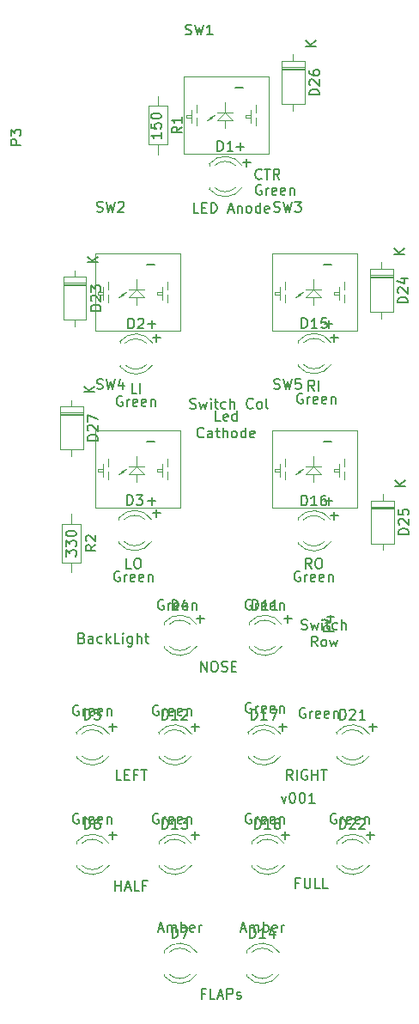
<source format=gbr>
G04 #@! TF.GenerationSoftware,KiCad,Pcbnew,(5.1.5-0-10_14)*
G04 #@! TF.CreationDate,2020-06-21T14:32:38+10:00*
G04 #@! TF.ProjectId,JETT_SELECT_Panel,4a455454-5f53-4454-9c45-43545f50616e,-*
G04 #@! TF.SameCoordinates,Original*
G04 #@! TF.FileFunction,Legend,Top*
G04 #@! TF.FilePolarity,Positive*
%FSLAX46Y46*%
G04 Gerber Fmt 4.6, Leading zero omitted, Abs format (unit mm)*
G04 Created by KiCad (PCBNEW (5.1.5-0-10_14)) date 2020-06-21 14:32:38*
%MOMM*%
%LPD*%
G04 APERTURE LIST*
%ADD10C,0.150000*%
%ADD11C,0.120000*%
G04 APERTURE END LIST*
D10*
X106116607Y-63666750D02*
X106021369Y-63619130D01*
X105878511Y-63619130D01*
X105735654Y-63666750D01*
X105640416Y-63761988D01*
X105592797Y-63857226D01*
X105545178Y-64047702D01*
X105545178Y-64190559D01*
X105592797Y-64381035D01*
X105640416Y-64476273D01*
X105735654Y-64571511D01*
X105878511Y-64619130D01*
X105973750Y-64619130D01*
X106116607Y-64571511D01*
X106164226Y-64523892D01*
X106164226Y-64190559D01*
X105973750Y-64190559D01*
X106592797Y-64619130D02*
X106592797Y-63952464D01*
X106592797Y-64142940D02*
X106640416Y-64047702D01*
X106688035Y-64000083D01*
X106783273Y-63952464D01*
X106878511Y-63952464D01*
X107592797Y-64571511D02*
X107497559Y-64619130D01*
X107307083Y-64619130D01*
X107211845Y-64571511D01*
X107164226Y-64476273D01*
X107164226Y-64095321D01*
X107211845Y-64000083D01*
X107307083Y-63952464D01*
X107497559Y-63952464D01*
X107592797Y-64000083D01*
X107640416Y-64095321D01*
X107640416Y-64190559D01*
X107164226Y-64285797D01*
X108449940Y-64571511D02*
X108354702Y-64619130D01*
X108164226Y-64619130D01*
X108068988Y-64571511D01*
X108021369Y-64476273D01*
X108021369Y-64095321D01*
X108068988Y-64000083D01*
X108164226Y-63952464D01*
X108354702Y-63952464D01*
X108449940Y-64000083D01*
X108497559Y-64095321D01*
X108497559Y-64190559D01*
X108021369Y-64285797D01*
X108926130Y-63952464D02*
X108926130Y-64619130D01*
X108926130Y-64047702D02*
X108973750Y-64000083D01*
X109068988Y-63952464D01*
X109211845Y-63952464D01*
X109307083Y-64000083D01*
X109354702Y-64095321D01*
X109354702Y-64619130D01*
X92400607Y-84494750D02*
X92305369Y-84447130D01*
X92162511Y-84447130D01*
X92019654Y-84494750D01*
X91924416Y-84589988D01*
X91876797Y-84685226D01*
X91829178Y-84875702D01*
X91829178Y-85018559D01*
X91876797Y-85209035D01*
X91924416Y-85304273D01*
X92019654Y-85399511D01*
X92162511Y-85447130D01*
X92257750Y-85447130D01*
X92400607Y-85399511D01*
X92448226Y-85351892D01*
X92448226Y-85018559D01*
X92257750Y-85018559D01*
X92876797Y-85447130D02*
X92876797Y-84780464D01*
X92876797Y-84970940D02*
X92924416Y-84875702D01*
X92972035Y-84828083D01*
X93067273Y-84780464D01*
X93162511Y-84780464D01*
X93876797Y-85399511D02*
X93781559Y-85447130D01*
X93591083Y-85447130D01*
X93495845Y-85399511D01*
X93448226Y-85304273D01*
X93448226Y-84923321D01*
X93495845Y-84828083D01*
X93591083Y-84780464D01*
X93781559Y-84780464D01*
X93876797Y-84828083D01*
X93924416Y-84923321D01*
X93924416Y-85018559D01*
X93448226Y-85113797D01*
X94733940Y-85399511D02*
X94638702Y-85447130D01*
X94448226Y-85447130D01*
X94352988Y-85399511D01*
X94305369Y-85304273D01*
X94305369Y-84923321D01*
X94352988Y-84828083D01*
X94448226Y-84780464D01*
X94638702Y-84780464D01*
X94733940Y-84828083D01*
X94781559Y-84923321D01*
X94781559Y-85018559D01*
X94305369Y-85113797D01*
X95210130Y-84780464D02*
X95210130Y-85447130D01*
X95210130Y-84875702D02*
X95257750Y-84828083D01*
X95352988Y-84780464D01*
X95495845Y-84780464D01*
X95591083Y-84828083D01*
X95638702Y-84923321D01*
X95638702Y-85447130D01*
X110180607Y-84240750D02*
X110085369Y-84193130D01*
X109942511Y-84193130D01*
X109799654Y-84240750D01*
X109704416Y-84335988D01*
X109656797Y-84431226D01*
X109609178Y-84621702D01*
X109609178Y-84764559D01*
X109656797Y-84955035D01*
X109704416Y-85050273D01*
X109799654Y-85145511D01*
X109942511Y-85193130D01*
X110037750Y-85193130D01*
X110180607Y-85145511D01*
X110228226Y-85097892D01*
X110228226Y-84764559D01*
X110037750Y-84764559D01*
X110656797Y-85193130D02*
X110656797Y-84526464D01*
X110656797Y-84716940D02*
X110704416Y-84621702D01*
X110752035Y-84574083D01*
X110847273Y-84526464D01*
X110942511Y-84526464D01*
X111656797Y-85145511D02*
X111561559Y-85193130D01*
X111371083Y-85193130D01*
X111275845Y-85145511D01*
X111228226Y-85050273D01*
X111228226Y-84669321D01*
X111275845Y-84574083D01*
X111371083Y-84526464D01*
X111561559Y-84526464D01*
X111656797Y-84574083D01*
X111704416Y-84669321D01*
X111704416Y-84764559D01*
X111228226Y-84859797D01*
X112513940Y-85145511D02*
X112418702Y-85193130D01*
X112228226Y-85193130D01*
X112132988Y-85145511D01*
X112085369Y-85050273D01*
X112085369Y-84669321D01*
X112132988Y-84574083D01*
X112228226Y-84526464D01*
X112418702Y-84526464D01*
X112513940Y-84574083D01*
X112561559Y-84669321D01*
X112561559Y-84764559D01*
X112085369Y-84859797D01*
X112990130Y-84526464D02*
X112990130Y-85193130D01*
X112990130Y-84621702D02*
X113037750Y-84574083D01*
X113132988Y-84526464D01*
X113275845Y-84526464D01*
X113371083Y-84574083D01*
X113418702Y-84669321D01*
X113418702Y-85193130D01*
X109926607Y-101766750D02*
X109831369Y-101719130D01*
X109688511Y-101719130D01*
X109545654Y-101766750D01*
X109450416Y-101861988D01*
X109402797Y-101957226D01*
X109355178Y-102147702D01*
X109355178Y-102290559D01*
X109402797Y-102481035D01*
X109450416Y-102576273D01*
X109545654Y-102671511D01*
X109688511Y-102719130D01*
X109783750Y-102719130D01*
X109926607Y-102671511D01*
X109974226Y-102623892D01*
X109974226Y-102290559D01*
X109783750Y-102290559D01*
X110402797Y-102719130D02*
X110402797Y-102052464D01*
X110402797Y-102242940D02*
X110450416Y-102147702D01*
X110498035Y-102100083D01*
X110593273Y-102052464D01*
X110688511Y-102052464D01*
X111402797Y-102671511D02*
X111307559Y-102719130D01*
X111117083Y-102719130D01*
X111021845Y-102671511D01*
X110974226Y-102576273D01*
X110974226Y-102195321D01*
X111021845Y-102100083D01*
X111117083Y-102052464D01*
X111307559Y-102052464D01*
X111402797Y-102100083D01*
X111450416Y-102195321D01*
X111450416Y-102290559D01*
X110974226Y-102385797D01*
X112259940Y-102671511D02*
X112164702Y-102719130D01*
X111974226Y-102719130D01*
X111878988Y-102671511D01*
X111831369Y-102576273D01*
X111831369Y-102195321D01*
X111878988Y-102100083D01*
X111974226Y-102052464D01*
X112164702Y-102052464D01*
X112259940Y-102100083D01*
X112307559Y-102195321D01*
X112307559Y-102290559D01*
X111831369Y-102385797D01*
X112736130Y-102052464D02*
X112736130Y-102719130D01*
X112736130Y-102147702D02*
X112783750Y-102100083D01*
X112878988Y-102052464D01*
X113021845Y-102052464D01*
X113117083Y-102100083D01*
X113164702Y-102195321D01*
X113164702Y-102719130D01*
X92146607Y-101766750D02*
X92051369Y-101719130D01*
X91908511Y-101719130D01*
X91765654Y-101766750D01*
X91670416Y-101861988D01*
X91622797Y-101957226D01*
X91575178Y-102147702D01*
X91575178Y-102290559D01*
X91622797Y-102481035D01*
X91670416Y-102576273D01*
X91765654Y-102671511D01*
X91908511Y-102719130D01*
X92003750Y-102719130D01*
X92146607Y-102671511D01*
X92194226Y-102623892D01*
X92194226Y-102290559D01*
X92003750Y-102290559D01*
X92622797Y-102719130D02*
X92622797Y-102052464D01*
X92622797Y-102242940D02*
X92670416Y-102147702D01*
X92718035Y-102100083D01*
X92813273Y-102052464D01*
X92908511Y-102052464D01*
X93622797Y-102671511D02*
X93527559Y-102719130D01*
X93337083Y-102719130D01*
X93241845Y-102671511D01*
X93194226Y-102576273D01*
X93194226Y-102195321D01*
X93241845Y-102100083D01*
X93337083Y-102052464D01*
X93527559Y-102052464D01*
X93622797Y-102100083D01*
X93670416Y-102195321D01*
X93670416Y-102290559D01*
X93194226Y-102385797D01*
X94479940Y-102671511D02*
X94384702Y-102719130D01*
X94194226Y-102719130D01*
X94098988Y-102671511D01*
X94051369Y-102576273D01*
X94051369Y-102195321D01*
X94098988Y-102100083D01*
X94194226Y-102052464D01*
X94384702Y-102052464D01*
X94479940Y-102100083D01*
X94527559Y-102195321D01*
X94527559Y-102290559D01*
X94051369Y-102385797D01*
X94956130Y-102052464D02*
X94956130Y-102719130D01*
X94956130Y-102147702D02*
X95003750Y-102100083D01*
X95098988Y-102052464D01*
X95241845Y-102052464D01*
X95337083Y-102100083D01*
X95384702Y-102195321D01*
X95384702Y-102719130D01*
X105100607Y-104560750D02*
X105005369Y-104513130D01*
X104862511Y-104513130D01*
X104719654Y-104560750D01*
X104624416Y-104655988D01*
X104576797Y-104751226D01*
X104529178Y-104941702D01*
X104529178Y-105084559D01*
X104576797Y-105275035D01*
X104624416Y-105370273D01*
X104719654Y-105465511D01*
X104862511Y-105513130D01*
X104957750Y-105513130D01*
X105100607Y-105465511D01*
X105148226Y-105417892D01*
X105148226Y-105084559D01*
X104957750Y-105084559D01*
X105576797Y-105513130D02*
X105576797Y-104846464D01*
X105576797Y-105036940D02*
X105624416Y-104941702D01*
X105672035Y-104894083D01*
X105767273Y-104846464D01*
X105862511Y-104846464D01*
X106576797Y-105465511D02*
X106481559Y-105513130D01*
X106291083Y-105513130D01*
X106195845Y-105465511D01*
X106148226Y-105370273D01*
X106148226Y-104989321D01*
X106195845Y-104894083D01*
X106291083Y-104846464D01*
X106481559Y-104846464D01*
X106576797Y-104894083D01*
X106624416Y-104989321D01*
X106624416Y-105084559D01*
X106148226Y-105179797D01*
X107433940Y-105465511D02*
X107338702Y-105513130D01*
X107148226Y-105513130D01*
X107052988Y-105465511D01*
X107005369Y-105370273D01*
X107005369Y-104989321D01*
X107052988Y-104894083D01*
X107148226Y-104846464D01*
X107338702Y-104846464D01*
X107433940Y-104894083D01*
X107481559Y-104989321D01*
X107481559Y-105084559D01*
X107005369Y-105179797D01*
X107910130Y-104846464D02*
X107910130Y-105513130D01*
X107910130Y-104941702D02*
X107957750Y-104894083D01*
X108052988Y-104846464D01*
X108195845Y-104846464D01*
X108291083Y-104894083D01*
X108338702Y-104989321D01*
X108338702Y-105513130D01*
X96464607Y-104560750D02*
X96369369Y-104513130D01*
X96226511Y-104513130D01*
X96083654Y-104560750D01*
X95988416Y-104655988D01*
X95940797Y-104751226D01*
X95893178Y-104941702D01*
X95893178Y-105084559D01*
X95940797Y-105275035D01*
X95988416Y-105370273D01*
X96083654Y-105465511D01*
X96226511Y-105513130D01*
X96321750Y-105513130D01*
X96464607Y-105465511D01*
X96512226Y-105417892D01*
X96512226Y-105084559D01*
X96321750Y-105084559D01*
X96940797Y-105513130D02*
X96940797Y-104846464D01*
X96940797Y-105036940D02*
X96988416Y-104941702D01*
X97036035Y-104894083D01*
X97131273Y-104846464D01*
X97226511Y-104846464D01*
X97940797Y-105465511D02*
X97845559Y-105513130D01*
X97655083Y-105513130D01*
X97559845Y-105465511D01*
X97512226Y-105370273D01*
X97512226Y-104989321D01*
X97559845Y-104894083D01*
X97655083Y-104846464D01*
X97845559Y-104846464D01*
X97940797Y-104894083D01*
X97988416Y-104989321D01*
X97988416Y-105084559D01*
X97512226Y-105179797D01*
X98797940Y-105465511D02*
X98702702Y-105513130D01*
X98512226Y-105513130D01*
X98416988Y-105465511D01*
X98369369Y-105370273D01*
X98369369Y-104989321D01*
X98416988Y-104894083D01*
X98512226Y-104846464D01*
X98702702Y-104846464D01*
X98797940Y-104894083D01*
X98845559Y-104989321D01*
X98845559Y-105084559D01*
X98369369Y-105179797D01*
X99274130Y-104846464D02*
X99274130Y-105513130D01*
X99274130Y-104941702D02*
X99321750Y-104894083D01*
X99416988Y-104846464D01*
X99559845Y-104846464D01*
X99655083Y-104894083D01*
X99702702Y-104989321D01*
X99702702Y-105513130D01*
X110434607Y-115228750D02*
X110339369Y-115181130D01*
X110196511Y-115181130D01*
X110053654Y-115228750D01*
X109958416Y-115323988D01*
X109910797Y-115419226D01*
X109863178Y-115609702D01*
X109863178Y-115752559D01*
X109910797Y-115943035D01*
X109958416Y-116038273D01*
X110053654Y-116133511D01*
X110196511Y-116181130D01*
X110291750Y-116181130D01*
X110434607Y-116133511D01*
X110482226Y-116085892D01*
X110482226Y-115752559D01*
X110291750Y-115752559D01*
X110910797Y-116181130D02*
X110910797Y-115514464D01*
X110910797Y-115704940D02*
X110958416Y-115609702D01*
X111006035Y-115562083D01*
X111101273Y-115514464D01*
X111196511Y-115514464D01*
X111910797Y-116133511D02*
X111815559Y-116181130D01*
X111625083Y-116181130D01*
X111529845Y-116133511D01*
X111482226Y-116038273D01*
X111482226Y-115657321D01*
X111529845Y-115562083D01*
X111625083Y-115514464D01*
X111815559Y-115514464D01*
X111910797Y-115562083D01*
X111958416Y-115657321D01*
X111958416Y-115752559D01*
X111482226Y-115847797D01*
X112767940Y-116133511D02*
X112672702Y-116181130D01*
X112482226Y-116181130D01*
X112386988Y-116133511D01*
X112339369Y-116038273D01*
X112339369Y-115657321D01*
X112386988Y-115562083D01*
X112482226Y-115514464D01*
X112672702Y-115514464D01*
X112767940Y-115562083D01*
X112815559Y-115657321D01*
X112815559Y-115752559D01*
X112339369Y-115847797D01*
X113244130Y-115514464D02*
X113244130Y-116181130D01*
X113244130Y-115609702D02*
X113291750Y-115562083D01*
X113386988Y-115514464D01*
X113529845Y-115514464D01*
X113625083Y-115562083D01*
X113672702Y-115657321D01*
X113672702Y-116181130D01*
X105100607Y-114720750D02*
X105005369Y-114673130D01*
X104862511Y-114673130D01*
X104719654Y-114720750D01*
X104624416Y-114815988D01*
X104576797Y-114911226D01*
X104529178Y-115101702D01*
X104529178Y-115244559D01*
X104576797Y-115435035D01*
X104624416Y-115530273D01*
X104719654Y-115625511D01*
X104862511Y-115673130D01*
X104957750Y-115673130D01*
X105100607Y-115625511D01*
X105148226Y-115577892D01*
X105148226Y-115244559D01*
X104957750Y-115244559D01*
X105576797Y-115673130D02*
X105576797Y-115006464D01*
X105576797Y-115196940D02*
X105624416Y-115101702D01*
X105672035Y-115054083D01*
X105767273Y-115006464D01*
X105862511Y-115006464D01*
X106576797Y-115625511D02*
X106481559Y-115673130D01*
X106291083Y-115673130D01*
X106195845Y-115625511D01*
X106148226Y-115530273D01*
X106148226Y-115149321D01*
X106195845Y-115054083D01*
X106291083Y-115006464D01*
X106481559Y-115006464D01*
X106576797Y-115054083D01*
X106624416Y-115149321D01*
X106624416Y-115244559D01*
X106148226Y-115339797D01*
X107433940Y-115625511D02*
X107338702Y-115673130D01*
X107148226Y-115673130D01*
X107052988Y-115625511D01*
X107005369Y-115530273D01*
X107005369Y-115149321D01*
X107052988Y-115054083D01*
X107148226Y-115006464D01*
X107338702Y-115006464D01*
X107433940Y-115054083D01*
X107481559Y-115149321D01*
X107481559Y-115244559D01*
X107005369Y-115339797D01*
X107910130Y-115006464D02*
X107910130Y-115673130D01*
X107910130Y-115101702D02*
X107957750Y-115054083D01*
X108052988Y-115006464D01*
X108195845Y-115006464D01*
X108291083Y-115054083D01*
X108338702Y-115149321D01*
X108338702Y-115673130D01*
X95956607Y-114974750D02*
X95861369Y-114927130D01*
X95718511Y-114927130D01*
X95575654Y-114974750D01*
X95480416Y-115069988D01*
X95432797Y-115165226D01*
X95385178Y-115355702D01*
X95385178Y-115498559D01*
X95432797Y-115689035D01*
X95480416Y-115784273D01*
X95575654Y-115879511D01*
X95718511Y-115927130D01*
X95813750Y-115927130D01*
X95956607Y-115879511D01*
X96004226Y-115831892D01*
X96004226Y-115498559D01*
X95813750Y-115498559D01*
X96432797Y-115927130D02*
X96432797Y-115260464D01*
X96432797Y-115450940D02*
X96480416Y-115355702D01*
X96528035Y-115308083D01*
X96623273Y-115260464D01*
X96718511Y-115260464D01*
X97432797Y-115879511D02*
X97337559Y-115927130D01*
X97147083Y-115927130D01*
X97051845Y-115879511D01*
X97004226Y-115784273D01*
X97004226Y-115403321D01*
X97051845Y-115308083D01*
X97147083Y-115260464D01*
X97337559Y-115260464D01*
X97432797Y-115308083D01*
X97480416Y-115403321D01*
X97480416Y-115498559D01*
X97004226Y-115593797D01*
X98289940Y-115879511D02*
X98194702Y-115927130D01*
X98004226Y-115927130D01*
X97908988Y-115879511D01*
X97861369Y-115784273D01*
X97861369Y-115403321D01*
X97908988Y-115308083D01*
X98004226Y-115260464D01*
X98194702Y-115260464D01*
X98289940Y-115308083D01*
X98337559Y-115403321D01*
X98337559Y-115498559D01*
X97861369Y-115593797D01*
X98766130Y-115260464D02*
X98766130Y-115927130D01*
X98766130Y-115355702D02*
X98813750Y-115308083D01*
X98908988Y-115260464D01*
X99051845Y-115260464D01*
X99147083Y-115308083D01*
X99194702Y-115403321D01*
X99194702Y-115927130D01*
X88082607Y-114974750D02*
X87987369Y-114927130D01*
X87844511Y-114927130D01*
X87701654Y-114974750D01*
X87606416Y-115069988D01*
X87558797Y-115165226D01*
X87511178Y-115355702D01*
X87511178Y-115498559D01*
X87558797Y-115689035D01*
X87606416Y-115784273D01*
X87701654Y-115879511D01*
X87844511Y-115927130D01*
X87939750Y-115927130D01*
X88082607Y-115879511D01*
X88130226Y-115831892D01*
X88130226Y-115498559D01*
X87939750Y-115498559D01*
X88558797Y-115927130D02*
X88558797Y-115260464D01*
X88558797Y-115450940D02*
X88606416Y-115355702D01*
X88654035Y-115308083D01*
X88749273Y-115260464D01*
X88844511Y-115260464D01*
X89558797Y-115879511D02*
X89463559Y-115927130D01*
X89273083Y-115927130D01*
X89177845Y-115879511D01*
X89130226Y-115784273D01*
X89130226Y-115403321D01*
X89177845Y-115308083D01*
X89273083Y-115260464D01*
X89463559Y-115260464D01*
X89558797Y-115308083D01*
X89606416Y-115403321D01*
X89606416Y-115498559D01*
X89130226Y-115593797D01*
X90415940Y-115879511D02*
X90320702Y-115927130D01*
X90130226Y-115927130D01*
X90034988Y-115879511D01*
X89987369Y-115784273D01*
X89987369Y-115403321D01*
X90034988Y-115308083D01*
X90130226Y-115260464D01*
X90320702Y-115260464D01*
X90415940Y-115308083D01*
X90463559Y-115403321D01*
X90463559Y-115498559D01*
X89987369Y-115593797D01*
X90892130Y-115260464D02*
X90892130Y-115927130D01*
X90892130Y-115355702D02*
X90939750Y-115308083D01*
X91034988Y-115260464D01*
X91177845Y-115260464D01*
X91273083Y-115308083D01*
X91320702Y-115403321D01*
X91320702Y-115927130D01*
X113482607Y-125642750D02*
X113387369Y-125595130D01*
X113244511Y-125595130D01*
X113101654Y-125642750D01*
X113006416Y-125737988D01*
X112958797Y-125833226D01*
X112911178Y-126023702D01*
X112911178Y-126166559D01*
X112958797Y-126357035D01*
X113006416Y-126452273D01*
X113101654Y-126547511D01*
X113244511Y-126595130D01*
X113339750Y-126595130D01*
X113482607Y-126547511D01*
X113530226Y-126499892D01*
X113530226Y-126166559D01*
X113339750Y-126166559D01*
X113958797Y-126595130D02*
X113958797Y-125928464D01*
X113958797Y-126118940D02*
X114006416Y-126023702D01*
X114054035Y-125976083D01*
X114149273Y-125928464D01*
X114244511Y-125928464D01*
X114958797Y-126547511D02*
X114863559Y-126595130D01*
X114673083Y-126595130D01*
X114577845Y-126547511D01*
X114530226Y-126452273D01*
X114530226Y-126071321D01*
X114577845Y-125976083D01*
X114673083Y-125928464D01*
X114863559Y-125928464D01*
X114958797Y-125976083D01*
X115006416Y-126071321D01*
X115006416Y-126166559D01*
X114530226Y-126261797D01*
X115815940Y-126547511D02*
X115720702Y-126595130D01*
X115530226Y-126595130D01*
X115434988Y-126547511D01*
X115387369Y-126452273D01*
X115387369Y-126071321D01*
X115434988Y-125976083D01*
X115530226Y-125928464D01*
X115720702Y-125928464D01*
X115815940Y-125976083D01*
X115863559Y-126071321D01*
X115863559Y-126166559D01*
X115387369Y-126261797D01*
X116292130Y-125928464D02*
X116292130Y-126595130D01*
X116292130Y-126023702D02*
X116339750Y-125976083D01*
X116434988Y-125928464D01*
X116577845Y-125928464D01*
X116673083Y-125976083D01*
X116720702Y-126071321D01*
X116720702Y-126595130D01*
X105100607Y-125642750D02*
X105005369Y-125595130D01*
X104862511Y-125595130D01*
X104719654Y-125642750D01*
X104624416Y-125737988D01*
X104576797Y-125833226D01*
X104529178Y-126023702D01*
X104529178Y-126166559D01*
X104576797Y-126357035D01*
X104624416Y-126452273D01*
X104719654Y-126547511D01*
X104862511Y-126595130D01*
X104957750Y-126595130D01*
X105100607Y-126547511D01*
X105148226Y-126499892D01*
X105148226Y-126166559D01*
X104957750Y-126166559D01*
X105576797Y-126595130D02*
X105576797Y-125928464D01*
X105576797Y-126118940D02*
X105624416Y-126023702D01*
X105672035Y-125976083D01*
X105767273Y-125928464D01*
X105862511Y-125928464D01*
X106576797Y-126547511D02*
X106481559Y-126595130D01*
X106291083Y-126595130D01*
X106195845Y-126547511D01*
X106148226Y-126452273D01*
X106148226Y-126071321D01*
X106195845Y-125976083D01*
X106291083Y-125928464D01*
X106481559Y-125928464D01*
X106576797Y-125976083D01*
X106624416Y-126071321D01*
X106624416Y-126166559D01*
X106148226Y-126261797D01*
X107433940Y-126547511D02*
X107338702Y-126595130D01*
X107148226Y-126595130D01*
X107052988Y-126547511D01*
X107005369Y-126452273D01*
X107005369Y-126071321D01*
X107052988Y-125976083D01*
X107148226Y-125928464D01*
X107338702Y-125928464D01*
X107433940Y-125976083D01*
X107481559Y-126071321D01*
X107481559Y-126166559D01*
X107005369Y-126261797D01*
X107910130Y-125928464D02*
X107910130Y-126595130D01*
X107910130Y-126023702D02*
X107957750Y-125976083D01*
X108052988Y-125928464D01*
X108195845Y-125928464D01*
X108291083Y-125976083D01*
X108338702Y-126071321D01*
X108338702Y-126595130D01*
X95956607Y-125642750D02*
X95861369Y-125595130D01*
X95718511Y-125595130D01*
X95575654Y-125642750D01*
X95480416Y-125737988D01*
X95432797Y-125833226D01*
X95385178Y-126023702D01*
X95385178Y-126166559D01*
X95432797Y-126357035D01*
X95480416Y-126452273D01*
X95575654Y-126547511D01*
X95718511Y-126595130D01*
X95813750Y-126595130D01*
X95956607Y-126547511D01*
X96004226Y-126499892D01*
X96004226Y-126166559D01*
X95813750Y-126166559D01*
X96432797Y-126595130D02*
X96432797Y-125928464D01*
X96432797Y-126118940D02*
X96480416Y-126023702D01*
X96528035Y-125976083D01*
X96623273Y-125928464D01*
X96718511Y-125928464D01*
X97432797Y-126547511D02*
X97337559Y-126595130D01*
X97147083Y-126595130D01*
X97051845Y-126547511D01*
X97004226Y-126452273D01*
X97004226Y-126071321D01*
X97051845Y-125976083D01*
X97147083Y-125928464D01*
X97337559Y-125928464D01*
X97432797Y-125976083D01*
X97480416Y-126071321D01*
X97480416Y-126166559D01*
X97004226Y-126261797D01*
X98289940Y-126547511D02*
X98194702Y-126595130D01*
X98004226Y-126595130D01*
X97908988Y-126547511D01*
X97861369Y-126452273D01*
X97861369Y-126071321D01*
X97908988Y-125976083D01*
X98004226Y-125928464D01*
X98194702Y-125928464D01*
X98289940Y-125976083D01*
X98337559Y-126071321D01*
X98337559Y-126166559D01*
X97861369Y-126261797D01*
X98766130Y-125928464D02*
X98766130Y-126595130D01*
X98766130Y-126023702D02*
X98813750Y-125976083D01*
X98908988Y-125928464D01*
X99051845Y-125928464D01*
X99147083Y-125976083D01*
X99194702Y-126071321D01*
X99194702Y-126595130D01*
X104108511Y-136977416D02*
X104584702Y-136977416D01*
X104013273Y-137263130D02*
X104346607Y-136263130D01*
X104679940Y-137263130D01*
X105013273Y-137263130D02*
X105013273Y-136596464D01*
X105013273Y-136691702D02*
X105060892Y-136644083D01*
X105156130Y-136596464D01*
X105298988Y-136596464D01*
X105394226Y-136644083D01*
X105441845Y-136739321D01*
X105441845Y-137263130D01*
X105441845Y-136739321D02*
X105489464Y-136644083D01*
X105584702Y-136596464D01*
X105727559Y-136596464D01*
X105822797Y-136644083D01*
X105870416Y-136739321D01*
X105870416Y-137263130D01*
X106346607Y-137263130D02*
X106346607Y-136263130D01*
X106346607Y-136644083D02*
X106441845Y-136596464D01*
X106632321Y-136596464D01*
X106727559Y-136644083D01*
X106775178Y-136691702D01*
X106822797Y-136786940D01*
X106822797Y-137072654D01*
X106775178Y-137167892D01*
X106727559Y-137215511D01*
X106632321Y-137263130D01*
X106441845Y-137263130D01*
X106346607Y-137215511D01*
X107632321Y-137215511D02*
X107537083Y-137263130D01*
X107346607Y-137263130D01*
X107251369Y-137215511D01*
X107203750Y-137120273D01*
X107203750Y-136739321D01*
X107251369Y-136644083D01*
X107346607Y-136596464D01*
X107537083Y-136596464D01*
X107632321Y-136644083D01*
X107679940Y-136739321D01*
X107679940Y-136834559D01*
X107203750Y-136929797D01*
X108108511Y-137263130D02*
X108108511Y-136596464D01*
X108108511Y-136786940D02*
X108156130Y-136691702D01*
X108203750Y-136644083D01*
X108298988Y-136596464D01*
X108394226Y-136596464D01*
X95980511Y-136977416D02*
X96456702Y-136977416D01*
X95885273Y-137263130D02*
X96218607Y-136263130D01*
X96551940Y-137263130D01*
X96885273Y-137263130D02*
X96885273Y-136596464D01*
X96885273Y-136691702D02*
X96932892Y-136644083D01*
X97028130Y-136596464D01*
X97170988Y-136596464D01*
X97266226Y-136644083D01*
X97313845Y-136739321D01*
X97313845Y-137263130D01*
X97313845Y-136739321D02*
X97361464Y-136644083D01*
X97456702Y-136596464D01*
X97599559Y-136596464D01*
X97694797Y-136644083D01*
X97742416Y-136739321D01*
X97742416Y-137263130D01*
X98218607Y-137263130D02*
X98218607Y-136263130D01*
X98218607Y-136644083D02*
X98313845Y-136596464D01*
X98504321Y-136596464D01*
X98599559Y-136644083D01*
X98647178Y-136691702D01*
X98694797Y-136786940D01*
X98694797Y-137072654D01*
X98647178Y-137167892D01*
X98599559Y-137215511D01*
X98504321Y-137263130D01*
X98313845Y-137263130D01*
X98218607Y-137215511D01*
X99504321Y-137215511D02*
X99409083Y-137263130D01*
X99218607Y-137263130D01*
X99123369Y-137215511D01*
X99075750Y-137120273D01*
X99075750Y-136739321D01*
X99123369Y-136644083D01*
X99218607Y-136596464D01*
X99409083Y-136596464D01*
X99504321Y-136644083D01*
X99551940Y-136739321D01*
X99551940Y-136834559D01*
X99075750Y-136929797D01*
X99980511Y-137263130D02*
X99980511Y-136596464D01*
X99980511Y-136786940D02*
X100028130Y-136691702D01*
X100075750Y-136644083D01*
X100170988Y-136596464D01*
X100266226Y-136596464D01*
X88082607Y-125642750D02*
X87987369Y-125595130D01*
X87844511Y-125595130D01*
X87701654Y-125642750D01*
X87606416Y-125737988D01*
X87558797Y-125833226D01*
X87511178Y-126023702D01*
X87511178Y-126166559D01*
X87558797Y-126357035D01*
X87606416Y-126452273D01*
X87701654Y-126547511D01*
X87844511Y-126595130D01*
X87939750Y-126595130D01*
X88082607Y-126547511D01*
X88130226Y-126499892D01*
X88130226Y-126166559D01*
X87939750Y-126166559D01*
X88558797Y-126595130D02*
X88558797Y-125928464D01*
X88558797Y-126118940D02*
X88606416Y-126023702D01*
X88654035Y-125976083D01*
X88749273Y-125928464D01*
X88844511Y-125928464D01*
X89558797Y-126547511D02*
X89463559Y-126595130D01*
X89273083Y-126595130D01*
X89177845Y-126547511D01*
X89130226Y-126452273D01*
X89130226Y-126071321D01*
X89177845Y-125976083D01*
X89273083Y-125928464D01*
X89463559Y-125928464D01*
X89558797Y-125976083D01*
X89606416Y-126071321D01*
X89606416Y-126166559D01*
X89130226Y-126261797D01*
X90415940Y-126547511D02*
X90320702Y-126595130D01*
X90130226Y-126595130D01*
X90034988Y-126547511D01*
X89987369Y-126452273D01*
X89987369Y-126071321D01*
X90034988Y-125976083D01*
X90130226Y-125928464D01*
X90320702Y-125928464D01*
X90415940Y-125976083D01*
X90463559Y-126071321D01*
X90463559Y-126166559D01*
X89987369Y-126261797D01*
X90892130Y-125928464D02*
X90892130Y-126595130D01*
X90892130Y-126023702D02*
X90939750Y-125976083D01*
X91034988Y-125928464D01*
X91177845Y-125928464D01*
X91273083Y-125976083D01*
X91320702Y-126071321D01*
X91320702Y-126595130D01*
X116490797Y-127738178D02*
X117252702Y-127738178D01*
X116871750Y-128119130D02*
X116871750Y-127357226D01*
X108108797Y-127738178D02*
X108870702Y-127738178D01*
X108489750Y-128119130D02*
X108489750Y-127357226D01*
X99218797Y-127738178D02*
X99980702Y-127738178D01*
X99599750Y-128119130D02*
X99599750Y-127357226D01*
X91090797Y-127738178D02*
X91852702Y-127738178D01*
X91471750Y-128119130D02*
X91471750Y-127357226D01*
X116744797Y-117070178D02*
X117506702Y-117070178D01*
X117125750Y-117451130D02*
X117125750Y-116689226D01*
X107854797Y-117070178D02*
X108616702Y-117070178D01*
X108235750Y-117451130D02*
X108235750Y-116689226D01*
X99218797Y-117070178D02*
X99980702Y-117070178D01*
X99599750Y-117451130D02*
X99599750Y-116689226D01*
X91090797Y-117070178D02*
X91852702Y-117070178D01*
X91471750Y-117451130D02*
X91471750Y-116689226D01*
X108362797Y-106402178D02*
X109124702Y-106402178D01*
X108743750Y-106783130D02*
X108743750Y-106021226D01*
X99726797Y-106402178D02*
X100488702Y-106402178D01*
X100107750Y-106783130D02*
X100107750Y-106021226D01*
X112934797Y-96242178D02*
X113696702Y-96242178D01*
X113315750Y-96623130D02*
X113315750Y-95861226D01*
X95408797Y-95988178D02*
X96170702Y-95988178D01*
X95789750Y-96369130D02*
X95789750Y-95607226D01*
X112934797Y-78716178D02*
X113696702Y-78716178D01*
X113315750Y-79097130D02*
X113315750Y-78335226D01*
X95408797Y-78716178D02*
X96170702Y-78716178D01*
X95789750Y-79097130D02*
X95789750Y-78335226D01*
X104298797Y-61444178D02*
X105060702Y-61444178D01*
X104679750Y-61825130D02*
X104679750Y-61063226D01*
X106140321Y-62999892D02*
X106092702Y-63047511D01*
X105949845Y-63095130D01*
X105854607Y-63095130D01*
X105711750Y-63047511D01*
X105616511Y-62952273D01*
X105568892Y-62857035D01*
X105521273Y-62666559D01*
X105521273Y-62523702D01*
X105568892Y-62333226D01*
X105616511Y-62237988D01*
X105711750Y-62142750D01*
X105854607Y-62095130D01*
X105949845Y-62095130D01*
X106092702Y-62142750D01*
X106140321Y-62190369D01*
X106426035Y-62095130D02*
X106997464Y-62095130D01*
X106711750Y-63095130D02*
X106711750Y-62095130D01*
X107902226Y-63095130D02*
X107568892Y-62618940D01*
X107330797Y-63095130D02*
X107330797Y-62095130D01*
X107711750Y-62095130D01*
X107806988Y-62142750D01*
X107854607Y-62190369D01*
X107902226Y-62285607D01*
X107902226Y-62428464D01*
X107854607Y-62523702D01*
X107806988Y-62571321D01*
X107711750Y-62618940D01*
X107330797Y-62618940D01*
X111355178Y-83923130D02*
X111021845Y-83446940D01*
X110783750Y-83923130D02*
X110783750Y-82923130D01*
X111164702Y-82923130D01*
X111259940Y-82970750D01*
X111307559Y-83018369D01*
X111355178Y-83113607D01*
X111355178Y-83256464D01*
X111307559Y-83351702D01*
X111259940Y-83399321D01*
X111164702Y-83446940D01*
X110783750Y-83446940D01*
X111783750Y-83923130D02*
X111783750Y-82923130D01*
X93829178Y-84177130D02*
X93352988Y-84177130D01*
X93352988Y-83177130D01*
X94162511Y-84177130D02*
X94162511Y-83177130D01*
X111069464Y-101449130D02*
X110736130Y-100972940D01*
X110498035Y-101449130D02*
X110498035Y-100449130D01*
X110878988Y-100449130D01*
X110974226Y-100496750D01*
X111021845Y-100544369D01*
X111069464Y-100639607D01*
X111069464Y-100782464D01*
X111021845Y-100877702D01*
X110974226Y-100925321D01*
X110878988Y-100972940D01*
X110498035Y-100972940D01*
X111688511Y-100449130D02*
X111878988Y-100449130D01*
X111974226Y-100496750D01*
X112069464Y-100591988D01*
X112117083Y-100782464D01*
X112117083Y-101115797D01*
X112069464Y-101306273D01*
X111974226Y-101401511D01*
X111878988Y-101449130D01*
X111688511Y-101449130D01*
X111593273Y-101401511D01*
X111498035Y-101306273D01*
X111450416Y-101115797D01*
X111450416Y-100782464D01*
X111498035Y-100591988D01*
X111593273Y-100496750D01*
X111688511Y-100449130D01*
X93289464Y-101449130D02*
X92813273Y-101449130D01*
X92813273Y-100449130D01*
X93813273Y-100449130D02*
X94003750Y-100449130D01*
X94098988Y-100496750D01*
X94194226Y-100591988D01*
X94241845Y-100782464D01*
X94241845Y-101115797D01*
X94194226Y-101306273D01*
X94098988Y-101401511D01*
X94003750Y-101449130D01*
X93813273Y-101449130D01*
X93718035Y-101401511D01*
X93622797Y-101306273D01*
X93575178Y-101115797D01*
X93575178Y-100782464D01*
X93622797Y-100591988D01*
X93718035Y-100496750D01*
X93813273Y-100449130D01*
X100147654Y-111609130D02*
X100147654Y-110609130D01*
X100719083Y-111609130D01*
X100719083Y-110609130D01*
X101385750Y-110609130D02*
X101576226Y-110609130D01*
X101671464Y-110656750D01*
X101766702Y-110751988D01*
X101814321Y-110942464D01*
X101814321Y-111275797D01*
X101766702Y-111466273D01*
X101671464Y-111561511D01*
X101576226Y-111609130D01*
X101385750Y-111609130D01*
X101290511Y-111561511D01*
X101195273Y-111466273D01*
X101147654Y-111275797D01*
X101147654Y-110942464D01*
X101195273Y-110751988D01*
X101290511Y-110656750D01*
X101385750Y-110609130D01*
X102195273Y-111561511D02*
X102338130Y-111609130D01*
X102576226Y-111609130D01*
X102671464Y-111561511D01*
X102719083Y-111513892D01*
X102766702Y-111418654D01*
X102766702Y-111323416D01*
X102719083Y-111228178D01*
X102671464Y-111180559D01*
X102576226Y-111132940D01*
X102385750Y-111085321D01*
X102290511Y-111037702D01*
X102242892Y-110990083D01*
X102195273Y-110894845D01*
X102195273Y-110799607D01*
X102242892Y-110704369D01*
X102290511Y-110656750D01*
X102385750Y-110609130D01*
X102623845Y-110609130D01*
X102766702Y-110656750D01*
X103195273Y-111085321D02*
X103528607Y-111085321D01*
X103671464Y-111609130D02*
X103195273Y-111609130D01*
X103195273Y-110609130D01*
X103671464Y-110609130D01*
X109188416Y-122277130D02*
X108855083Y-121800940D01*
X108616988Y-122277130D02*
X108616988Y-121277130D01*
X108997940Y-121277130D01*
X109093178Y-121324750D01*
X109140797Y-121372369D01*
X109188416Y-121467607D01*
X109188416Y-121610464D01*
X109140797Y-121705702D01*
X109093178Y-121753321D01*
X108997940Y-121800940D01*
X108616988Y-121800940D01*
X109616988Y-122277130D02*
X109616988Y-121277130D01*
X110616988Y-121324750D02*
X110521750Y-121277130D01*
X110378892Y-121277130D01*
X110236035Y-121324750D01*
X110140797Y-121419988D01*
X110093178Y-121515226D01*
X110045559Y-121705702D01*
X110045559Y-121848559D01*
X110093178Y-122039035D01*
X110140797Y-122134273D01*
X110236035Y-122229511D01*
X110378892Y-122277130D01*
X110474130Y-122277130D01*
X110616988Y-122229511D01*
X110664607Y-122181892D01*
X110664607Y-121848559D01*
X110474130Y-121848559D01*
X111093178Y-122277130D02*
X111093178Y-121277130D01*
X111093178Y-121753321D02*
X111664607Y-121753321D01*
X111664607Y-122277130D02*
X111664607Y-121277130D01*
X111997940Y-121277130D02*
X112569369Y-121277130D01*
X112283654Y-122277130D02*
X112283654Y-121277130D01*
X92297369Y-122277130D02*
X91821178Y-122277130D01*
X91821178Y-121277130D01*
X92630702Y-121753321D02*
X92964035Y-121753321D01*
X93106892Y-122277130D02*
X92630702Y-122277130D01*
X92630702Y-121277130D01*
X93106892Y-121277130D01*
X93868797Y-121753321D02*
X93535464Y-121753321D01*
X93535464Y-122277130D02*
X93535464Y-121277130D01*
X94011654Y-121277130D01*
X94249750Y-121277130D02*
X94821178Y-121277130D01*
X94535464Y-122277130D02*
X94535464Y-121277130D01*
X109839273Y-132421321D02*
X109505940Y-132421321D01*
X109505940Y-132945130D02*
X109505940Y-131945130D01*
X109982130Y-131945130D01*
X110363083Y-131945130D02*
X110363083Y-132754654D01*
X110410702Y-132849892D01*
X110458321Y-132897511D01*
X110553559Y-132945130D01*
X110744035Y-132945130D01*
X110839273Y-132897511D01*
X110886892Y-132849892D01*
X110934511Y-132754654D01*
X110934511Y-131945130D01*
X111886892Y-132945130D02*
X111410702Y-132945130D01*
X111410702Y-131945130D01*
X112696416Y-132945130D02*
X112220226Y-132945130D01*
X112220226Y-131945130D01*
X91702130Y-133199130D02*
X91702130Y-132199130D01*
X91702130Y-132675321D02*
X92273559Y-132675321D01*
X92273559Y-133199130D02*
X92273559Y-132199130D01*
X92702130Y-132913416D02*
X93178321Y-132913416D01*
X92606892Y-133199130D02*
X92940226Y-132199130D01*
X93273559Y-133199130D01*
X94083083Y-133199130D02*
X93606892Y-133199130D01*
X93606892Y-132199130D01*
X94749750Y-132675321D02*
X94416416Y-132675321D01*
X94416416Y-133199130D02*
X94416416Y-132199130D01*
X94892607Y-132199130D01*
X100544511Y-143343321D02*
X100211178Y-143343321D01*
X100211178Y-143867130D02*
X100211178Y-142867130D01*
X100687369Y-142867130D01*
X101544511Y-143867130D02*
X101068321Y-143867130D01*
X101068321Y-142867130D01*
X101830226Y-143581416D02*
X102306416Y-143581416D01*
X101734988Y-143867130D02*
X102068321Y-142867130D01*
X102401654Y-143867130D01*
X102734988Y-143867130D02*
X102734988Y-142867130D01*
X103115940Y-142867130D01*
X103211178Y-142914750D01*
X103258797Y-142962369D01*
X103306416Y-143057607D01*
X103306416Y-143200464D01*
X103258797Y-143295702D01*
X103211178Y-143343321D01*
X103115940Y-143390940D01*
X102734988Y-143390940D01*
X103687369Y-143819511D02*
X103782607Y-143867130D01*
X103973083Y-143867130D01*
X104068321Y-143819511D01*
X104115940Y-143724273D01*
X104115940Y-143676654D01*
X104068321Y-143581416D01*
X103973083Y-143533797D01*
X103830226Y-143533797D01*
X103734988Y-143486178D01*
X103687369Y-143390940D01*
X103687369Y-143343321D01*
X103734988Y-143248083D01*
X103830226Y-143200464D01*
X103973083Y-143200464D01*
X104068321Y-143248083D01*
X108093083Y-123896464D02*
X108331178Y-124563130D01*
X108569273Y-123896464D01*
X109140702Y-123563130D02*
X109235940Y-123563130D01*
X109331178Y-123610750D01*
X109378797Y-123658369D01*
X109426416Y-123753607D01*
X109474035Y-123944083D01*
X109474035Y-124182178D01*
X109426416Y-124372654D01*
X109378797Y-124467892D01*
X109331178Y-124515511D01*
X109235940Y-124563130D01*
X109140702Y-124563130D01*
X109045464Y-124515511D01*
X108997845Y-124467892D01*
X108950226Y-124372654D01*
X108902607Y-124182178D01*
X108902607Y-123944083D01*
X108950226Y-123753607D01*
X108997845Y-123658369D01*
X109045464Y-123610750D01*
X109140702Y-123563130D01*
X110093083Y-123563130D02*
X110188321Y-123563130D01*
X110283559Y-123610750D01*
X110331178Y-123658369D01*
X110378797Y-123753607D01*
X110426416Y-123944083D01*
X110426416Y-124182178D01*
X110378797Y-124372654D01*
X110331178Y-124467892D01*
X110283559Y-124515511D01*
X110188321Y-124563130D01*
X110093083Y-124563130D01*
X109997845Y-124515511D01*
X109950226Y-124467892D01*
X109902607Y-124372654D01*
X109854988Y-124182178D01*
X109854988Y-123944083D01*
X109902607Y-123753607D01*
X109950226Y-123658369D01*
X109997845Y-123610750D01*
X110093083Y-123563130D01*
X111378797Y-124563130D02*
X110807369Y-124563130D01*
X111093083Y-124563130D02*
X111093083Y-123563130D01*
X110997845Y-123705988D01*
X110902607Y-123801226D01*
X110807369Y-123848845D01*
X86860130Y-100250464D02*
X86860130Y-99631416D01*
X87241083Y-99964750D01*
X87241083Y-99821892D01*
X87288702Y-99726654D01*
X87336321Y-99679035D01*
X87431559Y-99631416D01*
X87669654Y-99631416D01*
X87764892Y-99679035D01*
X87812511Y-99726654D01*
X87860130Y-99821892D01*
X87860130Y-100107607D01*
X87812511Y-100202845D01*
X87764892Y-100250464D01*
X86860130Y-99298083D02*
X86860130Y-98679035D01*
X87241083Y-99012369D01*
X87241083Y-98869511D01*
X87288702Y-98774273D01*
X87336321Y-98726654D01*
X87431559Y-98679035D01*
X87669654Y-98679035D01*
X87764892Y-98726654D01*
X87812511Y-98774273D01*
X87860130Y-98869511D01*
X87860130Y-99155226D01*
X87812511Y-99250464D01*
X87764892Y-99298083D01*
X86860130Y-98059988D02*
X86860130Y-97964750D01*
X86907750Y-97869511D01*
X86955369Y-97821892D01*
X87050607Y-97774273D01*
X87241083Y-97726654D01*
X87479178Y-97726654D01*
X87669654Y-97774273D01*
X87764892Y-97821892D01*
X87812511Y-97869511D01*
X87860130Y-97964750D01*
X87860130Y-98059988D01*
X87812511Y-98155226D01*
X87764892Y-98202845D01*
X87669654Y-98250464D01*
X87479178Y-98298083D01*
X87241083Y-98298083D01*
X87050607Y-98250464D01*
X86955369Y-98202845D01*
X86907750Y-98155226D01*
X86860130Y-98059988D01*
X96242130Y-58483416D02*
X96242130Y-59054845D01*
X96242130Y-58769130D02*
X95242130Y-58769130D01*
X95384988Y-58864369D01*
X95480226Y-58959607D01*
X95527845Y-59054845D01*
X95242130Y-57578654D02*
X95242130Y-58054845D01*
X95718321Y-58102464D01*
X95670702Y-58054845D01*
X95623083Y-57959607D01*
X95623083Y-57721511D01*
X95670702Y-57626273D01*
X95718321Y-57578654D01*
X95813559Y-57531035D01*
X96051654Y-57531035D01*
X96146892Y-57578654D01*
X96194511Y-57626273D01*
X96242130Y-57721511D01*
X96242130Y-57959607D01*
X96194511Y-58054845D01*
X96146892Y-58102464D01*
X95242130Y-56911988D02*
X95242130Y-56816750D01*
X95289750Y-56721511D01*
X95337369Y-56673892D01*
X95432607Y-56626273D01*
X95623083Y-56578654D01*
X95861178Y-56578654D01*
X96051654Y-56626273D01*
X96146892Y-56673892D01*
X96194511Y-56721511D01*
X96242130Y-56816750D01*
X96242130Y-56911988D01*
X96194511Y-57007226D01*
X96146892Y-57054845D01*
X96051654Y-57102464D01*
X95861178Y-57150083D01*
X95623083Y-57150083D01*
X95432607Y-57102464D01*
X95337369Y-57054845D01*
X95289750Y-57007226D01*
X95242130Y-56911988D01*
X99917654Y-66397130D02*
X99441464Y-66397130D01*
X99441464Y-65397130D01*
X100250988Y-65873321D02*
X100584321Y-65873321D01*
X100727178Y-66397130D02*
X100250988Y-66397130D01*
X100250988Y-65397130D01*
X100727178Y-65397130D01*
X101155750Y-66397130D02*
X101155750Y-65397130D01*
X101393845Y-65397130D01*
X101536702Y-65444750D01*
X101631940Y-65539988D01*
X101679559Y-65635226D01*
X101727178Y-65825702D01*
X101727178Y-65968559D01*
X101679559Y-66159035D01*
X101631940Y-66254273D01*
X101536702Y-66349511D01*
X101393845Y-66397130D01*
X101155750Y-66397130D01*
X102870035Y-66111416D02*
X103346226Y-66111416D01*
X102774797Y-66397130D02*
X103108130Y-65397130D01*
X103441464Y-66397130D01*
X103774797Y-65730464D02*
X103774797Y-66397130D01*
X103774797Y-65825702D02*
X103822416Y-65778083D01*
X103917654Y-65730464D01*
X104060511Y-65730464D01*
X104155750Y-65778083D01*
X104203369Y-65873321D01*
X104203369Y-66397130D01*
X104822416Y-66397130D02*
X104727178Y-66349511D01*
X104679559Y-66301892D01*
X104631940Y-66206654D01*
X104631940Y-65920940D01*
X104679559Y-65825702D01*
X104727178Y-65778083D01*
X104822416Y-65730464D01*
X104965273Y-65730464D01*
X105060511Y-65778083D01*
X105108130Y-65825702D01*
X105155750Y-65920940D01*
X105155750Y-66206654D01*
X105108130Y-66301892D01*
X105060511Y-66349511D01*
X104965273Y-66397130D01*
X104822416Y-66397130D01*
X106012892Y-66397130D02*
X106012892Y-65397130D01*
X106012892Y-66349511D02*
X105917654Y-66397130D01*
X105727178Y-66397130D01*
X105631940Y-66349511D01*
X105584321Y-66301892D01*
X105536702Y-66206654D01*
X105536702Y-65920940D01*
X105584321Y-65825702D01*
X105631940Y-65778083D01*
X105727178Y-65730464D01*
X105917654Y-65730464D01*
X106012892Y-65778083D01*
X106870035Y-66349511D02*
X106774797Y-66397130D01*
X106584321Y-66397130D01*
X106489083Y-66349511D01*
X106441464Y-66254273D01*
X106441464Y-65873321D01*
X106489083Y-65778083D01*
X106584321Y-65730464D01*
X106774797Y-65730464D01*
X106870035Y-65778083D01*
X106917654Y-65873321D01*
X106917654Y-65968559D01*
X106441464Y-66063797D01*
X99092226Y-85653511D02*
X99235083Y-85701130D01*
X99473178Y-85701130D01*
X99568416Y-85653511D01*
X99616035Y-85605892D01*
X99663654Y-85510654D01*
X99663654Y-85415416D01*
X99616035Y-85320178D01*
X99568416Y-85272559D01*
X99473178Y-85224940D01*
X99282702Y-85177321D01*
X99187464Y-85129702D01*
X99139845Y-85082083D01*
X99092226Y-84986845D01*
X99092226Y-84891607D01*
X99139845Y-84796369D01*
X99187464Y-84748750D01*
X99282702Y-84701130D01*
X99520797Y-84701130D01*
X99663654Y-84748750D01*
X99996988Y-85034464D02*
X100187464Y-85701130D01*
X100377940Y-85224940D01*
X100568416Y-85701130D01*
X100758892Y-85034464D01*
X101139845Y-85701130D02*
X101139845Y-85034464D01*
X101139845Y-84701130D02*
X101092226Y-84748750D01*
X101139845Y-84796369D01*
X101187464Y-84748750D01*
X101139845Y-84701130D01*
X101139845Y-84796369D01*
X101473178Y-85034464D02*
X101854130Y-85034464D01*
X101616035Y-84701130D02*
X101616035Y-85558273D01*
X101663654Y-85653511D01*
X101758892Y-85701130D01*
X101854130Y-85701130D01*
X102616035Y-85653511D02*
X102520797Y-85701130D01*
X102330321Y-85701130D01*
X102235083Y-85653511D01*
X102187464Y-85605892D01*
X102139845Y-85510654D01*
X102139845Y-85224940D01*
X102187464Y-85129702D01*
X102235083Y-85082083D01*
X102330321Y-85034464D01*
X102520797Y-85034464D01*
X102616035Y-85082083D01*
X103044607Y-85701130D02*
X103044607Y-84701130D01*
X103473178Y-85701130D02*
X103473178Y-85177321D01*
X103425559Y-85082083D01*
X103330321Y-85034464D01*
X103187464Y-85034464D01*
X103092226Y-85082083D01*
X103044607Y-85129702D01*
X105282702Y-85605892D02*
X105235083Y-85653511D01*
X105092226Y-85701130D01*
X104996988Y-85701130D01*
X104854130Y-85653511D01*
X104758892Y-85558273D01*
X104711273Y-85463035D01*
X104663654Y-85272559D01*
X104663654Y-85129702D01*
X104711273Y-84939226D01*
X104758892Y-84843988D01*
X104854130Y-84748750D01*
X104996988Y-84701130D01*
X105092226Y-84701130D01*
X105235083Y-84748750D01*
X105282702Y-84796369D01*
X105854130Y-85701130D02*
X105758892Y-85653511D01*
X105711273Y-85605892D01*
X105663654Y-85510654D01*
X105663654Y-85224940D01*
X105711273Y-85129702D01*
X105758892Y-85082083D01*
X105854130Y-85034464D01*
X105996988Y-85034464D01*
X106092226Y-85082083D01*
X106139845Y-85129702D01*
X106187464Y-85224940D01*
X106187464Y-85510654D01*
X106139845Y-85605892D01*
X106092226Y-85653511D01*
X105996988Y-85701130D01*
X105854130Y-85701130D01*
X106758892Y-85701130D02*
X106663654Y-85653511D01*
X106616035Y-85558273D01*
X106616035Y-84701130D01*
X102076321Y-86908130D02*
X101600130Y-86908130D01*
X101600130Y-85908130D01*
X102790607Y-86860511D02*
X102695369Y-86908130D01*
X102504892Y-86908130D01*
X102409654Y-86860511D01*
X102362035Y-86765273D01*
X102362035Y-86384321D01*
X102409654Y-86289083D01*
X102504892Y-86241464D01*
X102695369Y-86241464D01*
X102790607Y-86289083D01*
X102838226Y-86384321D01*
X102838226Y-86479559D01*
X102362035Y-86574797D01*
X103695369Y-86908130D02*
X103695369Y-85908130D01*
X103695369Y-86860511D02*
X103600130Y-86908130D01*
X103409654Y-86908130D01*
X103314416Y-86860511D01*
X103266797Y-86812892D01*
X103219178Y-86717654D01*
X103219178Y-86431940D01*
X103266797Y-86336702D01*
X103314416Y-86289083D01*
X103409654Y-86241464D01*
X103600130Y-86241464D01*
X103695369Y-86289083D01*
X100433464Y-88462892D02*
X100385845Y-88510511D01*
X100242988Y-88558130D01*
X100147750Y-88558130D01*
X100004892Y-88510511D01*
X99909654Y-88415273D01*
X99862035Y-88320035D01*
X99814416Y-88129559D01*
X99814416Y-87986702D01*
X99862035Y-87796226D01*
X99909654Y-87700988D01*
X100004892Y-87605750D01*
X100147750Y-87558130D01*
X100242988Y-87558130D01*
X100385845Y-87605750D01*
X100433464Y-87653369D01*
X101290607Y-88558130D02*
X101290607Y-88034321D01*
X101242988Y-87939083D01*
X101147750Y-87891464D01*
X100957273Y-87891464D01*
X100862035Y-87939083D01*
X101290607Y-88510511D02*
X101195369Y-88558130D01*
X100957273Y-88558130D01*
X100862035Y-88510511D01*
X100814416Y-88415273D01*
X100814416Y-88320035D01*
X100862035Y-88224797D01*
X100957273Y-88177178D01*
X101195369Y-88177178D01*
X101290607Y-88129559D01*
X101623940Y-87891464D02*
X102004892Y-87891464D01*
X101766797Y-87558130D02*
X101766797Y-88415273D01*
X101814416Y-88510511D01*
X101909654Y-88558130D01*
X102004892Y-88558130D01*
X102338226Y-88558130D02*
X102338226Y-87558130D01*
X102766797Y-88558130D02*
X102766797Y-88034321D01*
X102719178Y-87939083D01*
X102623940Y-87891464D01*
X102481083Y-87891464D01*
X102385845Y-87939083D01*
X102338226Y-87986702D01*
X103385845Y-88558130D02*
X103290607Y-88510511D01*
X103242988Y-88462892D01*
X103195369Y-88367654D01*
X103195369Y-88081940D01*
X103242988Y-87986702D01*
X103290607Y-87939083D01*
X103385845Y-87891464D01*
X103528702Y-87891464D01*
X103623940Y-87939083D01*
X103671559Y-87986702D01*
X103719178Y-88081940D01*
X103719178Y-88367654D01*
X103671559Y-88462892D01*
X103623940Y-88510511D01*
X103528702Y-88558130D01*
X103385845Y-88558130D01*
X104576321Y-88558130D02*
X104576321Y-87558130D01*
X104576321Y-88510511D02*
X104481083Y-88558130D01*
X104290607Y-88558130D01*
X104195369Y-88510511D01*
X104147750Y-88462892D01*
X104100130Y-88367654D01*
X104100130Y-88081940D01*
X104147750Y-87986702D01*
X104195369Y-87939083D01*
X104290607Y-87891464D01*
X104481083Y-87891464D01*
X104576321Y-87939083D01*
X105433464Y-88510511D02*
X105338226Y-88558130D01*
X105147750Y-88558130D01*
X105052511Y-88510511D01*
X105004892Y-88415273D01*
X105004892Y-88034321D01*
X105052511Y-87939083D01*
X105147750Y-87891464D01*
X105338226Y-87891464D01*
X105433464Y-87939083D01*
X105481083Y-88034321D01*
X105481083Y-88129559D01*
X105004892Y-88224797D01*
X110085464Y-107434511D02*
X110228321Y-107482130D01*
X110466416Y-107482130D01*
X110561654Y-107434511D01*
X110609273Y-107386892D01*
X110656892Y-107291654D01*
X110656892Y-107196416D01*
X110609273Y-107101178D01*
X110561654Y-107053559D01*
X110466416Y-107005940D01*
X110275940Y-106958321D01*
X110180702Y-106910702D01*
X110133083Y-106863083D01*
X110085464Y-106767845D01*
X110085464Y-106672607D01*
X110133083Y-106577369D01*
X110180702Y-106529750D01*
X110275940Y-106482130D01*
X110514035Y-106482130D01*
X110656892Y-106529750D01*
X110990226Y-106815464D02*
X111180702Y-107482130D01*
X111371178Y-107005940D01*
X111561654Y-107482130D01*
X111752130Y-106815464D01*
X112133083Y-107482130D02*
X112133083Y-106815464D01*
X112133083Y-106482130D02*
X112085464Y-106529750D01*
X112133083Y-106577369D01*
X112180702Y-106529750D01*
X112133083Y-106482130D01*
X112133083Y-106577369D01*
X112466416Y-106815464D02*
X112847369Y-106815464D01*
X112609273Y-106482130D02*
X112609273Y-107339273D01*
X112656892Y-107434511D01*
X112752130Y-107482130D01*
X112847369Y-107482130D01*
X113609273Y-107434511D02*
X113514035Y-107482130D01*
X113323559Y-107482130D01*
X113228321Y-107434511D01*
X113180702Y-107386892D01*
X113133083Y-107291654D01*
X113133083Y-107005940D01*
X113180702Y-106910702D01*
X113228321Y-106863083D01*
X113323559Y-106815464D01*
X113514035Y-106815464D01*
X113609273Y-106863083D01*
X114037845Y-107482130D02*
X114037845Y-106482130D01*
X114466416Y-107482130D02*
X114466416Y-106958321D01*
X114418797Y-106863083D01*
X114323559Y-106815464D01*
X114180702Y-106815464D01*
X114085464Y-106863083D01*
X114037845Y-106910702D01*
X111633083Y-109132130D02*
X111299750Y-108655940D01*
X111061654Y-109132130D02*
X111061654Y-108132130D01*
X111442607Y-108132130D01*
X111537845Y-108179750D01*
X111585464Y-108227369D01*
X111633083Y-108322607D01*
X111633083Y-108465464D01*
X111585464Y-108560702D01*
X111537845Y-108608321D01*
X111442607Y-108655940D01*
X111061654Y-108655940D01*
X112204511Y-109132130D02*
X112109273Y-109084511D01*
X112061654Y-109036892D01*
X112014035Y-108941654D01*
X112014035Y-108655940D01*
X112061654Y-108560702D01*
X112109273Y-108513083D01*
X112204511Y-108465464D01*
X112347369Y-108465464D01*
X112442607Y-108513083D01*
X112490226Y-108560702D01*
X112537845Y-108655940D01*
X112537845Y-108941654D01*
X112490226Y-109036892D01*
X112442607Y-109084511D01*
X112347369Y-109132130D01*
X112204511Y-109132130D01*
X112871178Y-108465464D02*
X113061654Y-109132130D01*
X113252130Y-108655940D01*
X113442607Y-109132130D01*
X113633083Y-108465464D01*
X88424130Y-108291321D02*
X88566988Y-108338940D01*
X88614607Y-108386559D01*
X88662226Y-108481797D01*
X88662226Y-108624654D01*
X88614607Y-108719892D01*
X88566988Y-108767511D01*
X88471750Y-108815130D01*
X88090797Y-108815130D01*
X88090797Y-107815130D01*
X88424130Y-107815130D01*
X88519369Y-107862750D01*
X88566988Y-107910369D01*
X88614607Y-108005607D01*
X88614607Y-108100845D01*
X88566988Y-108196083D01*
X88519369Y-108243702D01*
X88424130Y-108291321D01*
X88090797Y-108291321D01*
X89519369Y-108815130D02*
X89519369Y-108291321D01*
X89471750Y-108196083D01*
X89376511Y-108148464D01*
X89186035Y-108148464D01*
X89090797Y-108196083D01*
X89519369Y-108767511D02*
X89424130Y-108815130D01*
X89186035Y-108815130D01*
X89090797Y-108767511D01*
X89043178Y-108672273D01*
X89043178Y-108577035D01*
X89090797Y-108481797D01*
X89186035Y-108434178D01*
X89424130Y-108434178D01*
X89519369Y-108386559D01*
X90424130Y-108767511D02*
X90328892Y-108815130D01*
X90138416Y-108815130D01*
X90043178Y-108767511D01*
X89995559Y-108719892D01*
X89947940Y-108624654D01*
X89947940Y-108338940D01*
X89995559Y-108243702D01*
X90043178Y-108196083D01*
X90138416Y-108148464D01*
X90328892Y-108148464D01*
X90424130Y-108196083D01*
X90852702Y-108815130D02*
X90852702Y-107815130D01*
X90947940Y-108434178D02*
X91233654Y-108815130D01*
X91233654Y-108148464D02*
X90852702Y-108529416D01*
X92138416Y-108815130D02*
X91662226Y-108815130D01*
X91662226Y-107815130D01*
X92471750Y-108815130D02*
X92471750Y-108148464D01*
X92471750Y-107815130D02*
X92424130Y-107862750D01*
X92471750Y-107910369D01*
X92519369Y-107862750D01*
X92471750Y-107815130D01*
X92471750Y-107910369D01*
X93376511Y-108148464D02*
X93376511Y-108957988D01*
X93328892Y-109053226D01*
X93281273Y-109100845D01*
X93186035Y-109148464D01*
X93043178Y-109148464D01*
X92947940Y-109100845D01*
X93376511Y-108767511D02*
X93281273Y-108815130D01*
X93090797Y-108815130D01*
X92995559Y-108767511D01*
X92947940Y-108719892D01*
X92900321Y-108624654D01*
X92900321Y-108338940D01*
X92947940Y-108243702D01*
X92995559Y-108196083D01*
X93090797Y-108148464D01*
X93281273Y-108148464D01*
X93376511Y-108196083D01*
X93852702Y-108815130D02*
X93852702Y-107815130D01*
X94281273Y-108815130D02*
X94281273Y-108291321D01*
X94233654Y-108196083D01*
X94138416Y-108148464D01*
X93995559Y-108148464D01*
X93900321Y-108196083D01*
X93852702Y-108243702D01*
X94614607Y-108148464D02*
X94995559Y-108148464D01*
X94757464Y-107815130D02*
X94757464Y-108672273D01*
X94805083Y-108767511D01*
X94900321Y-108815130D01*
X94995559Y-108815130D01*
D11*
X115558000Y-95502800D02*
X114288000Y-95502800D01*
X115560000Y-87882800D02*
X115558000Y-95502800D01*
X107170000Y-87882800D02*
X115552000Y-87882800D01*
X107176000Y-95502800D02*
X107190000Y-87882800D01*
X115304000Y-95502800D02*
X107176000Y-95502800D01*
X107430000Y-91692800D02*
X107938000Y-91692800D01*
X108446000Y-92708800D02*
X108446000Y-91946800D01*
X107430000Y-91946800D02*
X107430000Y-91692800D01*
X107938000Y-92454800D02*
X107938000Y-91184800D01*
X108446000Y-91438800D02*
X108446000Y-90676800D01*
X107938000Y-91946800D02*
X107430000Y-91946800D01*
X113272000Y-91692800D02*
X113780000Y-91692800D01*
X113272000Y-91946800D02*
X113272000Y-91692800D01*
X113780000Y-91946800D02*
X113272000Y-91946800D01*
X113780000Y-92454800D02*
X113780000Y-91184800D01*
X114288000Y-91438800D02*
X114288000Y-90676800D01*
X114288000Y-92708800D02*
X114288000Y-91946800D01*
X109716000Y-91946800D02*
X110224000Y-91692800D01*
X109970000Y-91946800D02*
X109716000Y-91946800D01*
X109462000Y-92200800D02*
X109970000Y-91946800D01*
X111240000Y-91438800D02*
X111240000Y-90422800D01*
X112002000Y-91438800D02*
X111240000Y-91438800D01*
X110478000Y-91438800D02*
X112002000Y-91438800D01*
X112002000Y-92200800D02*
X111240000Y-92200800D01*
X111240000Y-91438800D02*
X112002000Y-92200800D01*
X110478000Y-92200800D02*
X111240000Y-91438800D01*
X111240000Y-92200800D02*
X110478000Y-92200800D01*
X111240000Y-92962800D02*
X111240000Y-92200800D01*
X98097800Y-95502800D02*
X96827800Y-95502800D01*
X98099800Y-87882800D02*
X98097800Y-95502800D01*
X89709800Y-87882800D02*
X98091800Y-87882800D01*
X89715800Y-95502800D02*
X89729800Y-87882800D01*
X97843800Y-95502800D02*
X89715800Y-95502800D01*
X89969800Y-91692800D02*
X90477800Y-91692800D01*
X90985800Y-92708800D02*
X90985800Y-91946800D01*
X89969800Y-91946800D02*
X89969800Y-91692800D01*
X90477800Y-92454800D02*
X90477800Y-91184800D01*
X90985800Y-91438800D02*
X90985800Y-90676800D01*
X90477800Y-91946800D02*
X89969800Y-91946800D01*
X95811800Y-91692800D02*
X96319800Y-91692800D01*
X95811800Y-91946800D02*
X95811800Y-91692800D01*
X96319800Y-91946800D02*
X95811800Y-91946800D01*
X96319800Y-92454800D02*
X96319800Y-91184800D01*
X96827800Y-91438800D02*
X96827800Y-90676800D01*
X96827800Y-92708800D02*
X96827800Y-91946800D01*
X92255800Y-91946800D02*
X92763800Y-91692800D01*
X92509800Y-91946800D02*
X92255800Y-91946800D01*
X92001800Y-92200800D02*
X92509800Y-91946800D01*
X93779800Y-91438800D02*
X93779800Y-90422800D01*
X94541800Y-91438800D02*
X93779800Y-91438800D01*
X93017800Y-91438800D02*
X94541800Y-91438800D01*
X94541800Y-92200800D02*
X93779800Y-92200800D01*
X93779800Y-91438800D02*
X94541800Y-92200800D01*
X93017800Y-92200800D02*
X93779800Y-91438800D01*
X93779800Y-92200800D02*
X93017800Y-92200800D01*
X93779800Y-92962800D02*
X93779800Y-92200800D01*
X115558000Y-78042800D02*
X114288000Y-78042800D01*
X115560000Y-70422800D02*
X115558000Y-78042800D01*
X107170000Y-70422800D02*
X115552000Y-70422800D01*
X107176000Y-78042800D02*
X107190000Y-70422800D01*
X115304000Y-78042800D02*
X107176000Y-78042800D01*
X107430000Y-74232800D02*
X107938000Y-74232800D01*
X108446000Y-75248800D02*
X108446000Y-74486800D01*
X107430000Y-74486800D02*
X107430000Y-74232800D01*
X107938000Y-74994800D02*
X107938000Y-73724800D01*
X108446000Y-73978800D02*
X108446000Y-73216800D01*
X107938000Y-74486800D02*
X107430000Y-74486800D01*
X113272000Y-74232800D02*
X113780000Y-74232800D01*
X113272000Y-74486800D02*
X113272000Y-74232800D01*
X113780000Y-74486800D02*
X113272000Y-74486800D01*
X113780000Y-74994800D02*
X113780000Y-73724800D01*
X114288000Y-73978800D02*
X114288000Y-73216800D01*
X114288000Y-75248800D02*
X114288000Y-74486800D01*
X109716000Y-74486800D02*
X110224000Y-74232800D01*
X109970000Y-74486800D02*
X109716000Y-74486800D01*
X109462000Y-74740800D02*
X109970000Y-74486800D01*
X111240000Y-73978800D02*
X111240000Y-72962800D01*
X112002000Y-73978800D02*
X111240000Y-73978800D01*
X110478000Y-73978800D02*
X112002000Y-73978800D01*
X112002000Y-74740800D02*
X111240000Y-74740800D01*
X111240000Y-73978800D02*
X112002000Y-74740800D01*
X110478000Y-74740800D02*
X111240000Y-73978800D01*
X111240000Y-74740800D02*
X110478000Y-74740800D01*
X111240000Y-75502800D02*
X111240000Y-74740800D01*
X98097800Y-78042800D02*
X96827800Y-78042800D01*
X98099800Y-70422800D02*
X98097800Y-78042800D01*
X89709800Y-70422800D02*
X98091800Y-70422800D01*
X89715800Y-78042800D02*
X89729800Y-70422800D01*
X97843800Y-78042800D02*
X89715800Y-78042800D01*
X89969800Y-74232800D02*
X90477800Y-74232800D01*
X90985800Y-75248800D02*
X90985800Y-74486800D01*
X89969800Y-74486800D02*
X89969800Y-74232800D01*
X90477800Y-74994800D02*
X90477800Y-73724800D01*
X90985800Y-73978800D02*
X90985800Y-73216800D01*
X90477800Y-74486800D02*
X89969800Y-74486800D01*
X95811800Y-74232800D02*
X96319800Y-74232800D01*
X95811800Y-74486800D02*
X95811800Y-74232800D01*
X96319800Y-74486800D02*
X95811800Y-74486800D01*
X96319800Y-74994800D02*
X96319800Y-73724800D01*
X96827800Y-73978800D02*
X96827800Y-73216800D01*
X96827800Y-75248800D02*
X96827800Y-74486800D01*
X92255800Y-74486800D02*
X92763800Y-74232800D01*
X92509800Y-74486800D02*
X92255800Y-74486800D01*
X92001800Y-74740800D02*
X92509800Y-74486800D01*
X93779800Y-73978800D02*
X93779800Y-72962800D01*
X94541800Y-73978800D02*
X93779800Y-73978800D01*
X93017800Y-73978800D02*
X94541800Y-73978800D01*
X94541800Y-74740800D02*
X93779800Y-74740800D01*
X93779800Y-73978800D02*
X94541800Y-74740800D01*
X93017800Y-74740800D02*
X93779800Y-73978800D01*
X93779800Y-74740800D02*
X93017800Y-74740800D01*
X93779800Y-75502800D02*
X93779800Y-74740800D01*
X106828000Y-60582800D02*
X105558000Y-60582800D01*
X106830000Y-52962800D02*
X106828000Y-60582800D01*
X98440000Y-52962800D02*
X106822000Y-52962800D01*
X98446000Y-60582800D02*
X98460000Y-52962800D01*
X106574000Y-60582800D02*
X98446000Y-60582800D01*
X98700000Y-56772800D02*
X99208000Y-56772800D01*
X99716000Y-57788800D02*
X99716000Y-57026800D01*
X98700000Y-57026800D02*
X98700000Y-56772800D01*
X99208000Y-57534800D02*
X99208000Y-56264800D01*
X99716000Y-56518800D02*
X99716000Y-55756800D01*
X99208000Y-57026800D02*
X98700000Y-57026800D01*
X104542000Y-56772800D02*
X105050000Y-56772800D01*
X104542000Y-57026800D02*
X104542000Y-56772800D01*
X105050000Y-57026800D02*
X104542000Y-57026800D01*
X105050000Y-57534800D02*
X105050000Y-56264800D01*
X105558000Y-56518800D02*
X105558000Y-55756800D01*
X105558000Y-57788800D02*
X105558000Y-57026800D01*
X100986000Y-57026800D02*
X101494000Y-56772800D01*
X101240000Y-57026800D02*
X100986000Y-57026800D01*
X100732000Y-57280800D02*
X101240000Y-57026800D01*
X102510000Y-56518800D02*
X102510000Y-55502800D01*
X103272000Y-56518800D02*
X102510000Y-56518800D01*
X101748000Y-56518800D02*
X103272000Y-56518800D01*
X103272000Y-57280800D02*
X102510000Y-57280800D01*
X102510000Y-56518800D02*
X103272000Y-57280800D01*
X101748000Y-57280800D02*
X102510000Y-56518800D01*
X102510000Y-57280800D02*
X101748000Y-57280800D01*
X102510000Y-58042800D02*
X102510000Y-57280800D01*
X87399800Y-101832800D02*
X87399800Y-100882800D01*
X87399800Y-96092800D02*
X87399800Y-97042800D01*
X88319800Y-100882800D02*
X88319800Y-97042800D01*
X86479800Y-100882800D02*
X88319800Y-100882800D01*
X86479800Y-97042800D02*
X86479800Y-100882800D01*
X88319800Y-97042800D02*
X86479800Y-97042800D01*
X95909800Y-60632800D02*
X95909800Y-59682800D01*
X95909800Y-54892800D02*
X95909800Y-55842800D01*
X96829800Y-59682800D02*
X96829800Y-55842800D01*
X94989800Y-59682800D02*
X96829800Y-59682800D01*
X94989800Y-55842800D02*
X94989800Y-59682800D01*
X96829800Y-55842800D02*
X94989800Y-55842800D01*
X88519800Y-86092800D02*
X86279800Y-86092800D01*
X88519800Y-86332800D02*
X86279800Y-86332800D01*
X88519800Y-86212800D02*
X86279800Y-86212800D01*
X87399800Y-90382800D02*
X87399800Y-89732800D01*
X87399800Y-84842800D02*
X87399800Y-85492800D01*
X88519800Y-89732800D02*
X88519800Y-85492800D01*
X86279800Y-89732800D02*
X88519800Y-89732800D01*
X86279800Y-85492800D02*
X86279800Y-89732800D01*
X88519800Y-85492800D02*
X86279800Y-85492800D01*
X110380000Y-52042800D02*
X108140000Y-52042800D01*
X110380000Y-52282800D02*
X108140000Y-52282800D01*
X110380000Y-52162800D02*
X108140000Y-52162800D01*
X109260000Y-56332800D02*
X109260000Y-55682800D01*
X109260000Y-50792800D02*
X109260000Y-51442800D01*
X110380000Y-55682800D02*
X110380000Y-51442800D01*
X108140000Y-55682800D02*
X110380000Y-55682800D01*
X108140000Y-51442800D02*
X108140000Y-55682800D01*
X110380000Y-51442800D02*
X108140000Y-51442800D01*
X119200000Y-95342800D02*
X116960000Y-95342800D01*
X119200000Y-95582800D02*
X116960000Y-95582800D01*
X119200000Y-95462800D02*
X116960000Y-95462800D01*
X118080000Y-99632800D02*
X118080000Y-98982800D01*
X118080000Y-94092800D02*
X118080000Y-94742800D01*
X119200000Y-98982800D02*
X119200000Y-94742800D01*
X116960000Y-98982800D02*
X119200000Y-98982800D01*
X116960000Y-94742800D02*
X116960000Y-98982800D01*
X119200000Y-94742800D02*
X116960000Y-94742800D01*
X119100000Y-72532800D02*
X116860000Y-72532800D01*
X119100000Y-72772800D02*
X116860000Y-72772800D01*
X119100000Y-72652800D02*
X116860000Y-72652800D01*
X117980000Y-76822800D02*
X117980000Y-76172800D01*
X117980000Y-71282800D02*
X117980000Y-71932800D01*
X119100000Y-76172800D02*
X119100000Y-71932800D01*
X116860000Y-76172800D02*
X119100000Y-76172800D01*
X116860000Y-71932800D02*
X116860000Y-76172800D01*
X119100000Y-71932800D02*
X116860000Y-71932800D01*
X88839800Y-73302800D02*
X86599800Y-73302800D01*
X88839800Y-73542800D02*
X86599800Y-73542800D01*
X88839800Y-73422800D02*
X86599800Y-73422800D01*
X87719800Y-77592800D02*
X87719800Y-76942800D01*
X87719800Y-72052800D02*
X87719800Y-72702800D01*
X88839800Y-76942800D02*
X88839800Y-72702800D01*
X86599800Y-76942800D02*
X88839800Y-76942800D01*
X86599800Y-72702800D02*
X86599800Y-76942800D01*
X88839800Y-72702800D02*
X86599800Y-72702800D01*
X116135130Y-130712837D02*
G75*
G02X114053039Y-130713000I-1041130J1079837D01*
G01*
X116135130Y-128553163D02*
G75*
G03X114053039Y-128553000I-1041130J-1079837D01*
G01*
X116766335Y-130711608D02*
G75*
G02X113534000Y-130868516I-1672335J1078608D01*
G01*
X116766335Y-128554392D02*
G75*
G03X113534000Y-128397484I-1672335J-1078608D01*
G01*
X113534000Y-130713000D02*
X113534000Y-130869000D01*
X113534000Y-128397000D02*
X113534000Y-128553000D01*
X116135130Y-119922837D02*
G75*
G02X114053039Y-119923000I-1041130J1079837D01*
G01*
X116135130Y-117763163D02*
G75*
G03X114053039Y-117763000I-1041130J-1079837D01*
G01*
X116766335Y-119921608D02*
G75*
G02X113534000Y-120078516I-1672335J1078608D01*
G01*
X116766335Y-117764392D02*
G75*
G03X113534000Y-117607484I-1672335J-1078608D01*
G01*
X113534000Y-119923000D02*
X113534000Y-120079000D01*
X113534000Y-117607000D02*
X113534000Y-117763000D01*
X107753130Y-130712837D02*
G75*
G02X105671039Y-130713000I-1041130J1079837D01*
G01*
X107753130Y-128553163D02*
G75*
G03X105671039Y-128553000I-1041130J-1079837D01*
G01*
X108384335Y-130711608D02*
G75*
G02X105152000Y-130868516I-1672335J1078608D01*
G01*
X108384335Y-128554392D02*
G75*
G03X105152000Y-128397484I-1672335J-1078608D01*
G01*
X105152000Y-130713000D02*
X105152000Y-130869000D01*
X105152000Y-128397000D02*
X105152000Y-128553000D01*
X107397130Y-119922837D02*
G75*
G02X105315039Y-119923000I-1041130J1079837D01*
G01*
X107397130Y-117763163D02*
G75*
G03X105315039Y-117763000I-1041130J-1079837D01*
G01*
X108028335Y-119921608D02*
G75*
G02X104796000Y-120078516I-1672335J1078608D01*
G01*
X108028335Y-117764392D02*
G75*
G03X104796000Y-117607484I-1672335J-1078608D01*
G01*
X104796000Y-119923000D02*
X104796000Y-120079000D01*
X104796000Y-117607000D02*
X104796000Y-117763000D01*
X112331130Y-98822637D02*
G75*
G02X110249039Y-98822800I-1041130J1079837D01*
G01*
X112331130Y-96662963D02*
G75*
G03X110249039Y-96662800I-1041130J-1079837D01*
G01*
X112962335Y-98821408D02*
G75*
G02X109730000Y-98978316I-1672335J1078608D01*
G01*
X112962335Y-96664192D02*
G75*
G03X109730000Y-96507284I-1672335J-1078608D01*
G01*
X109730000Y-98822800D02*
X109730000Y-98978800D01*
X109730000Y-96506800D02*
X109730000Y-96662800D01*
X112361130Y-81352637D02*
G75*
G02X110279039Y-81352800I-1041130J1079837D01*
G01*
X112361130Y-79192963D02*
G75*
G03X110279039Y-79192800I-1041130J-1079837D01*
G01*
X112992335Y-81351408D02*
G75*
G02X109760000Y-81508316I-1672335J1078608D01*
G01*
X112992335Y-79194192D02*
G75*
G03X109760000Y-79037284I-1672335J-1078608D01*
G01*
X109760000Y-81352800D02*
X109760000Y-81508800D01*
X109760000Y-79036800D02*
X109760000Y-79192800D01*
X107245130Y-141446837D02*
G75*
G02X105163039Y-141447000I-1041130J1079837D01*
G01*
X107245130Y-139287163D02*
G75*
G03X105163039Y-139287000I-1041130J-1079837D01*
G01*
X107876335Y-141445608D02*
G75*
G02X104644000Y-141602516I-1672335J1078608D01*
G01*
X107876335Y-139288392D02*
G75*
G03X104644000Y-139131484I-1672335J-1078608D01*
G01*
X104644000Y-141447000D02*
X104644000Y-141603000D01*
X104644000Y-139131000D02*
X104644000Y-139287000D01*
X98608930Y-130712837D02*
G75*
G02X96526839Y-130713000I-1041130J1079837D01*
G01*
X98608930Y-128553163D02*
G75*
G03X96526839Y-128553000I-1041130J-1079837D01*
G01*
X99240135Y-130711608D02*
G75*
G02X96007800Y-130868516I-1672335J1078608D01*
G01*
X99240135Y-128554392D02*
G75*
G03X96007800Y-128397484I-1672335J-1078608D01*
G01*
X96007800Y-130713000D02*
X96007800Y-130869000D01*
X96007800Y-128397000D02*
X96007800Y-128553000D01*
X98608930Y-119922837D02*
G75*
G02X96526839Y-119923000I-1041130J1079837D01*
G01*
X98608930Y-117763163D02*
G75*
G03X96526839Y-117763000I-1041130J-1079837D01*
G01*
X99240135Y-119921608D02*
G75*
G02X96007800Y-120078516I-1672335J1078608D01*
G01*
X99240135Y-117764392D02*
G75*
G03X96007800Y-117607484I-1672335J-1078608D01*
G01*
X96007800Y-119923000D02*
X96007800Y-120079000D01*
X96007800Y-117607000D02*
X96007800Y-117763000D01*
X107499130Y-109122837D02*
G75*
G02X105417039Y-109123000I-1041130J1079837D01*
G01*
X107499130Y-106963163D02*
G75*
G03X105417039Y-106963000I-1041130J-1079837D01*
G01*
X108130335Y-109121608D02*
G75*
G02X104898000Y-109278516I-1672335J1078608D01*
G01*
X108130335Y-106964392D02*
G75*
G03X104898000Y-106807484I-1672335J-1078608D01*
G01*
X104898000Y-109123000D02*
X104898000Y-109279000D01*
X104898000Y-106807000D02*
X104898000Y-106963000D01*
X99116930Y-141446837D02*
G75*
G02X97034839Y-141447000I-1041130J1079837D01*
G01*
X99116930Y-139287163D02*
G75*
G03X97034839Y-139287000I-1041130J-1079837D01*
G01*
X99748135Y-141445608D02*
G75*
G02X96515800Y-141602516I-1672335J1078608D01*
G01*
X99748135Y-139288392D02*
G75*
G03X96515800Y-139131484I-1672335J-1078608D01*
G01*
X96515800Y-141447000D02*
X96515800Y-141603000D01*
X96515800Y-139131000D02*
X96515800Y-139287000D01*
X90480930Y-130712837D02*
G75*
G02X88398839Y-130713000I-1041130J1079837D01*
G01*
X90480930Y-128553163D02*
G75*
G03X88398839Y-128553000I-1041130J-1079837D01*
G01*
X91112135Y-130711608D02*
G75*
G02X87879800Y-130868516I-1672335J1078608D01*
G01*
X91112135Y-128554392D02*
G75*
G03X87879800Y-128397484I-1672335J-1078608D01*
G01*
X87879800Y-130713000D02*
X87879800Y-130869000D01*
X87879800Y-128397000D02*
X87879800Y-128553000D01*
X90480930Y-119922837D02*
G75*
G02X88398839Y-119923000I-1041130J1079837D01*
G01*
X90480930Y-117763163D02*
G75*
G03X88398839Y-117763000I-1041130J-1079837D01*
G01*
X91112135Y-119921608D02*
G75*
G02X87879800Y-120078516I-1672335J1078608D01*
G01*
X91112135Y-117764392D02*
G75*
G03X87879800Y-117607484I-1672335J-1078608D01*
G01*
X87879800Y-119923000D02*
X87879800Y-120079000D01*
X87879800Y-117607000D02*
X87879800Y-117763000D01*
X99116930Y-109122837D02*
G75*
G02X97034839Y-109123000I-1041130J1079837D01*
G01*
X99116930Y-106963163D02*
G75*
G03X97034839Y-106963000I-1041130J-1079837D01*
G01*
X99748135Y-109121608D02*
G75*
G02X96515800Y-109278516I-1672335J1078608D01*
G01*
X99748135Y-106964392D02*
G75*
G03X96515800Y-106807484I-1672335J-1078608D01*
G01*
X96515800Y-109123000D02*
X96515800Y-109279000D01*
X96515800Y-106807000D02*
X96515800Y-106963000D01*
X94660930Y-98792637D02*
G75*
G02X92578839Y-98792800I-1041130J1079837D01*
G01*
X94660930Y-96632963D02*
G75*
G03X92578839Y-96632800I-1041130J-1079837D01*
G01*
X95292135Y-98791408D02*
G75*
G02X92059800Y-98948316I-1672335J1078608D01*
G01*
X95292135Y-96634192D02*
G75*
G03X92059800Y-96477284I-1672335J-1078608D01*
G01*
X92059800Y-98792800D02*
X92059800Y-98948800D01*
X92059800Y-96476800D02*
X92059800Y-96632800D01*
X94770930Y-81392637D02*
G75*
G02X92688839Y-81392800I-1041130J1079837D01*
G01*
X94770930Y-79232963D02*
G75*
G03X92688839Y-79232800I-1041130J-1079837D01*
G01*
X95402135Y-81391408D02*
G75*
G02X92169800Y-81548316I-1672335J1078608D01*
G01*
X95402135Y-79234192D02*
G75*
G03X92169800Y-79077284I-1672335J-1078608D01*
G01*
X92169800Y-81392800D02*
X92169800Y-81548800D01*
X92169800Y-79076800D02*
X92169800Y-79232800D01*
X103581130Y-63902637D02*
G75*
G02X101499039Y-63902800I-1041130J1079837D01*
G01*
X103581130Y-61742963D02*
G75*
G03X101499039Y-61742800I-1041130J-1079837D01*
G01*
X104212335Y-63901408D02*
G75*
G02X100980000Y-64058316I-1672335J1078608D01*
G01*
X104212335Y-61744192D02*
G75*
G03X100980000Y-61587284I-1672335J-1078608D01*
G01*
X100980000Y-63902800D02*
X100980000Y-64058800D01*
X100980000Y-61586800D02*
X100980000Y-61742800D01*
D10*
X107366666Y-83723561D02*
X107509523Y-83771180D01*
X107747619Y-83771180D01*
X107842857Y-83723561D01*
X107890476Y-83675942D01*
X107938095Y-83580704D01*
X107938095Y-83485466D01*
X107890476Y-83390228D01*
X107842857Y-83342609D01*
X107747619Y-83294990D01*
X107557142Y-83247371D01*
X107461904Y-83199752D01*
X107414285Y-83152133D01*
X107366666Y-83056895D01*
X107366666Y-82961657D01*
X107414285Y-82866419D01*
X107461904Y-82818800D01*
X107557142Y-82771180D01*
X107795238Y-82771180D01*
X107938095Y-82818800D01*
X108271428Y-82771180D02*
X108509523Y-83771180D01*
X108700000Y-83056895D01*
X108890476Y-83771180D01*
X109128571Y-82771180D01*
X109985714Y-82771180D02*
X109509523Y-82771180D01*
X109461904Y-83247371D01*
X109509523Y-83199752D01*
X109604761Y-83152133D01*
X109842857Y-83152133D01*
X109938095Y-83199752D01*
X109985714Y-83247371D01*
X110033333Y-83342609D01*
X110033333Y-83580704D01*
X109985714Y-83675942D01*
X109938095Y-83723561D01*
X109842857Y-83771180D01*
X109604761Y-83771180D01*
X109509523Y-83723561D01*
X109461904Y-83675942D01*
X112279047Y-88954228D02*
X113040952Y-88954228D01*
X112383047Y-94812228D02*
X113144952Y-94812228D01*
X112764000Y-95193180D02*
X112764000Y-94431276D01*
X89906466Y-83723561D02*
X90049323Y-83771180D01*
X90287419Y-83771180D01*
X90382657Y-83723561D01*
X90430276Y-83675942D01*
X90477895Y-83580704D01*
X90477895Y-83485466D01*
X90430276Y-83390228D01*
X90382657Y-83342609D01*
X90287419Y-83294990D01*
X90096942Y-83247371D01*
X90001704Y-83199752D01*
X89954085Y-83152133D01*
X89906466Y-83056895D01*
X89906466Y-82961657D01*
X89954085Y-82866419D01*
X90001704Y-82818800D01*
X90096942Y-82771180D01*
X90335038Y-82771180D01*
X90477895Y-82818800D01*
X90811228Y-82771180D02*
X91049323Y-83771180D01*
X91239800Y-83056895D01*
X91430276Y-83771180D01*
X91668371Y-82771180D01*
X92477895Y-83104514D02*
X92477895Y-83771180D01*
X92239800Y-82723561D02*
X92001704Y-83437847D01*
X92620752Y-83437847D01*
X94818847Y-88954228D02*
X95580752Y-88954228D01*
X94922847Y-94812228D02*
X95684752Y-94812228D01*
X95303800Y-95193180D02*
X95303800Y-94431276D01*
X107366666Y-66263561D02*
X107509523Y-66311180D01*
X107747619Y-66311180D01*
X107842857Y-66263561D01*
X107890476Y-66215942D01*
X107938095Y-66120704D01*
X107938095Y-66025466D01*
X107890476Y-65930228D01*
X107842857Y-65882609D01*
X107747619Y-65834990D01*
X107557142Y-65787371D01*
X107461904Y-65739752D01*
X107414285Y-65692133D01*
X107366666Y-65596895D01*
X107366666Y-65501657D01*
X107414285Y-65406419D01*
X107461904Y-65358800D01*
X107557142Y-65311180D01*
X107795238Y-65311180D01*
X107938095Y-65358800D01*
X108271428Y-65311180D02*
X108509523Y-66311180D01*
X108700000Y-65596895D01*
X108890476Y-66311180D01*
X109128571Y-65311180D01*
X109414285Y-65311180D02*
X110033333Y-65311180D01*
X109700000Y-65692133D01*
X109842857Y-65692133D01*
X109938095Y-65739752D01*
X109985714Y-65787371D01*
X110033333Y-65882609D01*
X110033333Y-66120704D01*
X109985714Y-66215942D01*
X109938095Y-66263561D01*
X109842857Y-66311180D01*
X109557142Y-66311180D01*
X109461904Y-66263561D01*
X109414285Y-66215942D01*
X112279047Y-71494228D02*
X113040952Y-71494228D01*
X112383047Y-77352228D02*
X113144952Y-77352228D01*
X112764000Y-77733180D02*
X112764000Y-76971276D01*
X89906466Y-66263561D02*
X90049323Y-66311180D01*
X90287419Y-66311180D01*
X90382657Y-66263561D01*
X90430276Y-66215942D01*
X90477895Y-66120704D01*
X90477895Y-66025466D01*
X90430276Y-65930228D01*
X90382657Y-65882609D01*
X90287419Y-65834990D01*
X90096942Y-65787371D01*
X90001704Y-65739752D01*
X89954085Y-65692133D01*
X89906466Y-65596895D01*
X89906466Y-65501657D01*
X89954085Y-65406419D01*
X90001704Y-65358800D01*
X90096942Y-65311180D01*
X90335038Y-65311180D01*
X90477895Y-65358800D01*
X90811228Y-65311180D02*
X91049323Y-66311180D01*
X91239800Y-65596895D01*
X91430276Y-66311180D01*
X91668371Y-65311180D01*
X92001704Y-65406419D02*
X92049323Y-65358800D01*
X92144561Y-65311180D01*
X92382657Y-65311180D01*
X92477895Y-65358800D01*
X92525514Y-65406419D01*
X92573133Y-65501657D01*
X92573133Y-65596895D01*
X92525514Y-65739752D01*
X91954085Y-66311180D01*
X92573133Y-66311180D01*
X94818847Y-71494228D02*
X95580752Y-71494228D01*
X94922847Y-77352228D02*
X95684752Y-77352228D01*
X95303800Y-77733180D02*
X95303800Y-76971276D01*
X98636666Y-48803561D02*
X98779523Y-48851180D01*
X99017619Y-48851180D01*
X99112857Y-48803561D01*
X99160476Y-48755942D01*
X99208095Y-48660704D01*
X99208095Y-48565466D01*
X99160476Y-48470228D01*
X99112857Y-48422609D01*
X99017619Y-48374990D01*
X98827142Y-48327371D01*
X98731904Y-48279752D01*
X98684285Y-48232133D01*
X98636666Y-48136895D01*
X98636666Y-48041657D01*
X98684285Y-47946419D01*
X98731904Y-47898800D01*
X98827142Y-47851180D01*
X99065238Y-47851180D01*
X99208095Y-47898800D01*
X99541428Y-47851180D02*
X99779523Y-48851180D01*
X99970000Y-48136895D01*
X100160476Y-48851180D01*
X100398571Y-47851180D01*
X101303333Y-48851180D02*
X100731904Y-48851180D01*
X101017619Y-48851180D02*
X101017619Y-47851180D01*
X100922380Y-47994038D01*
X100827142Y-48089276D01*
X100731904Y-48136895D01*
X103549047Y-54034228D02*
X104310952Y-54034228D01*
X103653047Y-59892228D02*
X104414952Y-59892228D01*
X104034000Y-60273180D02*
X104034000Y-59511276D01*
X89772180Y-99129466D02*
X89295990Y-99462800D01*
X89772180Y-99700895D02*
X88772180Y-99700895D01*
X88772180Y-99319942D01*
X88819800Y-99224704D01*
X88867419Y-99177085D01*
X88962657Y-99129466D01*
X89105514Y-99129466D01*
X89200752Y-99177085D01*
X89248371Y-99224704D01*
X89295990Y-99319942D01*
X89295990Y-99700895D01*
X88867419Y-98748514D02*
X88819800Y-98700895D01*
X88772180Y-98605657D01*
X88772180Y-98367561D01*
X88819800Y-98272323D01*
X88867419Y-98224704D01*
X88962657Y-98177085D01*
X89057895Y-98177085D01*
X89200752Y-98224704D01*
X89772180Y-98796133D01*
X89772180Y-98177085D01*
X98282180Y-57929466D02*
X97805990Y-58262800D01*
X98282180Y-58500895D02*
X97282180Y-58500895D01*
X97282180Y-58119942D01*
X97329800Y-58024704D01*
X97377419Y-57977085D01*
X97472657Y-57929466D01*
X97615514Y-57929466D01*
X97710752Y-57977085D01*
X97758371Y-58024704D01*
X97805990Y-58119942D01*
X97805990Y-58500895D01*
X98282180Y-56977085D02*
X98282180Y-57548514D01*
X98282180Y-57262800D02*
X97282180Y-57262800D01*
X97425038Y-57358038D01*
X97520276Y-57453276D01*
X97567895Y-57548514D01*
X89972180Y-88827085D02*
X88972180Y-88827085D01*
X88972180Y-88588990D01*
X89019800Y-88446133D01*
X89115038Y-88350895D01*
X89210276Y-88303276D01*
X89400752Y-88255657D01*
X89543609Y-88255657D01*
X89734085Y-88303276D01*
X89829323Y-88350895D01*
X89924561Y-88446133D01*
X89972180Y-88588990D01*
X89972180Y-88827085D01*
X89067419Y-87874704D02*
X89019800Y-87827085D01*
X88972180Y-87731847D01*
X88972180Y-87493752D01*
X89019800Y-87398514D01*
X89067419Y-87350895D01*
X89162657Y-87303276D01*
X89257895Y-87303276D01*
X89400752Y-87350895D01*
X89972180Y-87922323D01*
X89972180Y-87303276D01*
X88972180Y-86969942D02*
X88972180Y-86303276D01*
X89972180Y-86731847D01*
X89652180Y-84064704D02*
X88652180Y-84064704D01*
X89652180Y-83493276D02*
X89080752Y-83921847D01*
X88652180Y-83493276D02*
X89223609Y-84064704D01*
X111832380Y-54777085D02*
X110832380Y-54777085D01*
X110832380Y-54538990D01*
X110880000Y-54396133D01*
X110975238Y-54300895D01*
X111070476Y-54253276D01*
X111260952Y-54205657D01*
X111403809Y-54205657D01*
X111594285Y-54253276D01*
X111689523Y-54300895D01*
X111784761Y-54396133D01*
X111832380Y-54538990D01*
X111832380Y-54777085D01*
X110927619Y-53824704D02*
X110880000Y-53777085D01*
X110832380Y-53681847D01*
X110832380Y-53443752D01*
X110880000Y-53348514D01*
X110927619Y-53300895D01*
X111022857Y-53253276D01*
X111118095Y-53253276D01*
X111260952Y-53300895D01*
X111832380Y-53872323D01*
X111832380Y-53253276D01*
X110832380Y-52396133D02*
X110832380Y-52586609D01*
X110880000Y-52681847D01*
X110927619Y-52729466D01*
X111070476Y-52824704D01*
X111260952Y-52872323D01*
X111641904Y-52872323D01*
X111737142Y-52824704D01*
X111784761Y-52777085D01*
X111832380Y-52681847D01*
X111832380Y-52491371D01*
X111784761Y-52396133D01*
X111737142Y-52348514D01*
X111641904Y-52300895D01*
X111403809Y-52300895D01*
X111308571Y-52348514D01*
X111260952Y-52396133D01*
X111213333Y-52491371D01*
X111213333Y-52681847D01*
X111260952Y-52777085D01*
X111308571Y-52824704D01*
X111403809Y-52872323D01*
X111512380Y-50014704D02*
X110512380Y-50014704D01*
X111512380Y-49443276D02*
X110940952Y-49871847D01*
X110512380Y-49443276D02*
X111083809Y-50014704D01*
X120652380Y-98077085D02*
X119652380Y-98077085D01*
X119652380Y-97838990D01*
X119700000Y-97696133D01*
X119795238Y-97600895D01*
X119890476Y-97553276D01*
X120080952Y-97505657D01*
X120223809Y-97505657D01*
X120414285Y-97553276D01*
X120509523Y-97600895D01*
X120604761Y-97696133D01*
X120652380Y-97838990D01*
X120652380Y-98077085D01*
X119747619Y-97124704D02*
X119700000Y-97077085D01*
X119652380Y-96981847D01*
X119652380Y-96743752D01*
X119700000Y-96648514D01*
X119747619Y-96600895D01*
X119842857Y-96553276D01*
X119938095Y-96553276D01*
X120080952Y-96600895D01*
X120652380Y-97172323D01*
X120652380Y-96553276D01*
X119652380Y-95648514D02*
X119652380Y-96124704D01*
X120128571Y-96172323D01*
X120080952Y-96124704D01*
X120033333Y-96029466D01*
X120033333Y-95791371D01*
X120080952Y-95696133D01*
X120128571Y-95648514D01*
X120223809Y-95600895D01*
X120461904Y-95600895D01*
X120557142Y-95648514D01*
X120604761Y-95696133D01*
X120652380Y-95791371D01*
X120652380Y-96029466D01*
X120604761Y-96124704D01*
X120557142Y-96172323D01*
X120332380Y-93314704D02*
X119332380Y-93314704D01*
X120332380Y-92743276D02*
X119760952Y-93171847D01*
X119332380Y-92743276D02*
X119903809Y-93314704D01*
X120552380Y-75267085D02*
X119552380Y-75267085D01*
X119552380Y-75028990D01*
X119600000Y-74886133D01*
X119695238Y-74790895D01*
X119790476Y-74743276D01*
X119980952Y-74695657D01*
X120123809Y-74695657D01*
X120314285Y-74743276D01*
X120409523Y-74790895D01*
X120504761Y-74886133D01*
X120552380Y-75028990D01*
X120552380Y-75267085D01*
X119647619Y-74314704D02*
X119600000Y-74267085D01*
X119552380Y-74171847D01*
X119552380Y-73933752D01*
X119600000Y-73838514D01*
X119647619Y-73790895D01*
X119742857Y-73743276D01*
X119838095Y-73743276D01*
X119980952Y-73790895D01*
X120552380Y-74362323D01*
X120552380Y-73743276D01*
X119885714Y-72886133D02*
X120552380Y-72886133D01*
X119504761Y-73124228D02*
X120219047Y-73362323D01*
X120219047Y-72743276D01*
X120232380Y-70504704D02*
X119232380Y-70504704D01*
X120232380Y-69933276D02*
X119660952Y-70361847D01*
X119232380Y-69933276D02*
X119803809Y-70504704D01*
X90292180Y-76037085D02*
X89292180Y-76037085D01*
X89292180Y-75798990D01*
X89339800Y-75656133D01*
X89435038Y-75560895D01*
X89530276Y-75513276D01*
X89720752Y-75465657D01*
X89863609Y-75465657D01*
X90054085Y-75513276D01*
X90149323Y-75560895D01*
X90244561Y-75656133D01*
X90292180Y-75798990D01*
X90292180Y-76037085D01*
X89387419Y-75084704D02*
X89339800Y-75037085D01*
X89292180Y-74941847D01*
X89292180Y-74703752D01*
X89339800Y-74608514D01*
X89387419Y-74560895D01*
X89482657Y-74513276D01*
X89577895Y-74513276D01*
X89720752Y-74560895D01*
X90292180Y-75132323D01*
X90292180Y-74513276D01*
X89292180Y-74179942D02*
X89292180Y-73560895D01*
X89673133Y-73894228D01*
X89673133Y-73751371D01*
X89720752Y-73656133D01*
X89768371Y-73608514D01*
X89863609Y-73560895D01*
X90101704Y-73560895D01*
X90196942Y-73608514D01*
X90244561Y-73656133D01*
X90292180Y-73751371D01*
X90292180Y-74037085D01*
X90244561Y-74132323D01*
X90196942Y-74179942D01*
X89972180Y-71274704D02*
X88972180Y-71274704D01*
X89972180Y-70703276D02*
X89400752Y-71131847D01*
X88972180Y-70703276D02*
X89543609Y-71274704D01*
X113879714Y-127125380D02*
X113879714Y-126125380D01*
X114117809Y-126125380D01*
X114260666Y-126173000D01*
X114355904Y-126268238D01*
X114403523Y-126363476D01*
X114451142Y-126553952D01*
X114451142Y-126696809D01*
X114403523Y-126887285D01*
X114355904Y-126982523D01*
X114260666Y-127077761D01*
X114117809Y-127125380D01*
X113879714Y-127125380D01*
X114832095Y-126220619D02*
X114879714Y-126173000D01*
X114974952Y-126125380D01*
X115213047Y-126125380D01*
X115308285Y-126173000D01*
X115355904Y-126220619D01*
X115403523Y-126315857D01*
X115403523Y-126411095D01*
X115355904Y-126553952D01*
X114784476Y-127125380D01*
X115403523Y-127125380D01*
X115784476Y-126220619D02*
X115832095Y-126173000D01*
X115927333Y-126125380D01*
X116165428Y-126125380D01*
X116260666Y-126173000D01*
X116308285Y-126220619D01*
X116355904Y-126315857D01*
X116355904Y-126411095D01*
X116308285Y-126553952D01*
X115736857Y-127125380D01*
X116355904Y-127125380D01*
X113879714Y-116335380D02*
X113879714Y-115335380D01*
X114117809Y-115335380D01*
X114260666Y-115383000D01*
X114355904Y-115478238D01*
X114403523Y-115573476D01*
X114451142Y-115763952D01*
X114451142Y-115906809D01*
X114403523Y-116097285D01*
X114355904Y-116192523D01*
X114260666Y-116287761D01*
X114117809Y-116335380D01*
X113879714Y-116335380D01*
X114832095Y-115430619D02*
X114879714Y-115383000D01*
X114974952Y-115335380D01*
X115213047Y-115335380D01*
X115308285Y-115383000D01*
X115355904Y-115430619D01*
X115403523Y-115525857D01*
X115403523Y-115621095D01*
X115355904Y-115763952D01*
X114784476Y-116335380D01*
X115403523Y-116335380D01*
X116355904Y-116335380D02*
X115784476Y-116335380D01*
X116070190Y-116335380D02*
X116070190Y-115335380D01*
X115974952Y-115478238D01*
X115879714Y-115573476D01*
X115784476Y-115621095D01*
X105497714Y-127125380D02*
X105497714Y-126125380D01*
X105735809Y-126125380D01*
X105878666Y-126173000D01*
X105973904Y-126268238D01*
X106021523Y-126363476D01*
X106069142Y-126553952D01*
X106069142Y-126696809D01*
X106021523Y-126887285D01*
X105973904Y-126982523D01*
X105878666Y-127077761D01*
X105735809Y-127125380D01*
X105497714Y-127125380D01*
X107021523Y-127125380D02*
X106450095Y-127125380D01*
X106735809Y-127125380D02*
X106735809Y-126125380D01*
X106640571Y-126268238D01*
X106545333Y-126363476D01*
X106450095Y-126411095D01*
X107592952Y-126553952D02*
X107497714Y-126506333D01*
X107450095Y-126458714D01*
X107402476Y-126363476D01*
X107402476Y-126315857D01*
X107450095Y-126220619D01*
X107497714Y-126173000D01*
X107592952Y-126125380D01*
X107783428Y-126125380D01*
X107878666Y-126173000D01*
X107926285Y-126220619D01*
X107973904Y-126315857D01*
X107973904Y-126363476D01*
X107926285Y-126458714D01*
X107878666Y-126506333D01*
X107783428Y-126553952D01*
X107592952Y-126553952D01*
X107497714Y-126601571D01*
X107450095Y-126649190D01*
X107402476Y-126744428D01*
X107402476Y-126934904D01*
X107450095Y-127030142D01*
X107497714Y-127077761D01*
X107592952Y-127125380D01*
X107783428Y-127125380D01*
X107878666Y-127077761D01*
X107926285Y-127030142D01*
X107973904Y-126934904D01*
X107973904Y-126744428D01*
X107926285Y-126649190D01*
X107878666Y-126601571D01*
X107783428Y-126553952D01*
X105141714Y-116335380D02*
X105141714Y-115335380D01*
X105379809Y-115335380D01*
X105522666Y-115383000D01*
X105617904Y-115478238D01*
X105665523Y-115573476D01*
X105713142Y-115763952D01*
X105713142Y-115906809D01*
X105665523Y-116097285D01*
X105617904Y-116192523D01*
X105522666Y-116287761D01*
X105379809Y-116335380D01*
X105141714Y-116335380D01*
X106665523Y-116335380D02*
X106094095Y-116335380D01*
X106379809Y-116335380D02*
X106379809Y-115335380D01*
X106284571Y-115478238D01*
X106189333Y-115573476D01*
X106094095Y-115621095D01*
X106998857Y-115335380D02*
X107665523Y-115335380D01*
X107236952Y-116335380D01*
X110075714Y-95235180D02*
X110075714Y-94235180D01*
X110313809Y-94235180D01*
X110456666Y-94282800D01*
X110551904Y-94378038D01*
X110599523Y-94473276D01*
X110647142Y-94663752D01*
X110647142Y-94806609D01*
X110599523Y-94997085D01*
X110551904Y-95092323D01*
X110456666Y-95187561D01*
X110313809Y-95235180D01*
X110075714Y-95235180D01*
X111599523Y-95235180D02*
X111028095Y-95235180D01*
X111313809Y-95235180D02*
X111313809Y-94235180D01*
X111218571Y-94378038D01*
X111123333Y-94473276D01*
X111028095Y-94520895D01*
X112456666Y-94235180D02*
X112266190Y-94235180D01*
X112170952Y-94282800D01*
X112123333Y-94330419D01*
X112028095Y-94473276D01*
X111980476Y-94663752D01*
X111980476Y-95044704D01*
X112028095Y-95139942D01*
X112075714Y-95187561D01*
X112170952Y-95235180D01*
X112361428Y-95235180D01*
X112456666Y-95187561D01*
X112504285Y-95139942D01*
X112551904Y-95044704D01*
X112551904Y-94806609D01*
X112504285Y-94711371D01*
X112456666Y-94663752D01*
X112361428Y-94616133D01*
X112170952Y-94616133D01*
X112075714Y-94663752D01*
X112028095Y-94711371D01*
X111980476Y-94806609D01*
X110105714Y-77765180D02*
X110105714Y-76765180D01*
X110343809Y-76765180D01*
X110486666Y-76812800D01*
X110581904Y-76908038D01*
X110629523Y-77003276D01*
X110677142Y-77193752D01*
X110677142Y-77336609D01*
X110629523Y-77527085D01*
X110581904Y-77622323D01*
X110486666Y-77717561D01*
X110343809Y-77765180D01*
X110105714Y-77765180D01*
X111629523Y-77765180D02*
X111058095Y-77765180D01*
X111343809Y-77765180D02*
X111343809Y-76765180D01*
X111248571Y-76908038D01*
X111153333Y-77003276D01*
X111058095Y-77050895D01*
X112534285Y-76765180D02*
X112058095Y-76765180D01*
X112010476Y-77241371D01*
X112058095Y-77193752D01*
X112153333Y-77146133D01*
X112391428Y-77146133D01*
X112486666Y-77193752D01*
X112534285Y-77241371D01*
X112581904Y-77336609D01*
X112581904Y-77574704D01*
X112534285Y-77669942D01*
X112486666Y-77717561D01*
X112391428Y-77765180D01*
X112153333Y-77765180D01*
X112058095Y-77717561D01*
X112010476Y-77669942D01*
X104989714Y-137859380D02*
X104989714Y-136859380D01*
X105227809Y-136859380D01*
X105370666Y-136907000D01*
X105465904Y-137002238D01*
X105513523Y-137097476D01*
X105561142Y-137287952D01*
X105561142Y-137430809D01*
X105513523Y-137621285D01*
X105465904Y-137716523D01*
X105370666Y-137811761D01*
X105227809Y-137859380D01*
X104989714Y-137859380D01*
X106513523Y-137859380D02*
X105942095Y-137859380D01*
X106227809Y-137859380D02*
X106227809Y-136859380D01*
X106132571Y-137002238D01*
X106037333Y-137097476D01*
X105942095Y-137145095D01*
X107370666Y-137192714D02*
X107370666Y-137859380D01*
X107132571Y-136811761D02*
X106894476Y-137526047D01*
X107513523Y-137526047D01*
X96353514Y-127125380D02*
X96353514Y-126125380D01*
X96591609Y-126125380D01*
X96734466Y-126173000D01*
X96829704Y-126268238D01*
X96877323Y-126363476D01*
X96924942Y-126553952D01*
X96924942Y-126696809D01*
X96877323Y-126887285D01*
X96829704Y-126982523D01*
X96734466Y-127077761D01*
X96591609Y-127125380D01*
X96353514Y-127125380D01*
X97877323Y-127125380D02*
X97305895Y-127125380D01*
X97591609Y-127125380D02*
X97591609Y-126125380D01*
X97496371Y-126268238D01*
X97401133Y-126363476D01*
X97305895Y-126411095D01*
X98210657Y-126125380D02*
X98829704Y-126125380D01*
X98496371Y-126506333D01*
X98639228Y-126506333D01*
X98734466Y-126553952D01*
X98782085Y-126601571D01*
X98829704Y-126696809D01*
X98829704Y-126934904D01*
X98782085Y-127030142D01*
X98734466Y-127077761D01*
X98639228Y-127125380D01*
X98353514Y-127125380D01*
X98258276Y-127077761D01*
X98210657Y-127030142D01*
X96353514Y-116335380D02*
X96353514Y-115335380D01*
X96591609Y-115335380D01*
X96734466Y-115383000D01*
X96829704Y-115478238D01*
X96877323Y-115573476D01*
X96924942Y-115763952D01*
X96924942Y-115906809D01*
X96877323Y-116097285D01*
X96829704Y-116192523D01*
X96734466Y-116287761D01*
X96591609Y-116335380D01*
X96353514Y-116335380D01*
X97877323Y-116335380D02*
X97305895Y-116335380D01*
X97591609Y-116335380D02*
X97591609Y-115335380D01*
X97496371Y-115478238D01*
X97401133Y-115573476D01*
X97305895Y-115621095D01*
X98258276Y-115430619D02*
X98305895Y-115383000D01*
X98401133Y-115335380D01*
X98639228Y-115335380D01*
X98734466Y-115383000D01*
X98782085Y-115430619D01*
X98829704Y-115525857D01*
X98829704Y-115621095D01*
X98782085Y-115763952D01*
X98210657Y-116335380D01*
X98829704Y-116335380D01*
X105243714Y-105535380D02*
X105243714Y-104535380D01*
X105481809Y-104535380D01*
X105624666Y-104583000D01*
X105719904Y-104678238D01*
X105767523Y-104773476D01*
X105815142Y-104963952D01*
X105815142Y-105106809D01*
X105767523Y-105297285D01*
X105719904Y-105392523D01*
X105624666Y-105487761D01*
X105481809Y-105535380D01*
X105243714Y-105535380D01*
X106767523Y-105535380D02*
X106196095Y-105535380D01*
X106481809Y-105535380D02*
X106481809Y-104535380D01*
X106386571Y-104678238D01*
X106291333Y-104773476D01*
X106196095Y-104821095D01*
X107719904Y-105535380D02*
X107148476Y-105535380D01*
X107434190Y-105535380D02*
X107434190Y-104535380D01*
X107338952Y-104678238D01*
X107243714Y-104773476D01*
X107148476Y-104821095D01*
X97337704Y-137859380D02*
X97337704Y-136859380D01*
X97575800Y-136859380D01*
X97718657Y-136907000D01*
X97813895Y-137002238D01*
X97861514Y-137097476D01*
X97909133Y-137287952D01*
X97909133Y-137430809D01*
X97861514Y-137621285D01*
X97813895Y-137716523D01*
X97718657Y-137811761D01*
X97575800Y-137859380D01*
X97337704Y-137859380D01*
X98242466Y-136859380D02*
X98909133Y-136859380D01*
X98480561Y-137859380D01*
X88701704Y-127125380D02*
X88701704Y-126125380D01*
X88939800Y-126125380D01*
X89082657Y-126173000D01*
X89177895Y-126268238D01*
X89225514Y-126363476D01*
X89273133Y-126553952D01*
X89273133Y-126696809D01*
X89225514Y-126887285D01*
X89177895Y-126982523D01*
X89082657Y-127077761D01*
X88939800Y-127125380D01*
X88701704Y-127125380D01*
X90130276Y-126125380D02*
X89939800Y-126125380D01*
X89844561Y-126173000D01*
X89796942Y-126220619D01*
X89701704Y-126363476D01*
X89654085Y-126553952D01*
X89654085Y-126934904D01*
X89701704Y-127030142D01*
X89749323Y-127077761D01*
X89844561Y-127125380D01*
X90035038Y-127125380D01*
X90130276Y-127077761D01*
X90177895Y-127030142D01*
X90225514Y-126934904D01*
X90225514Y-126696809D01*
X90177895Y-126601571D01*
X90130276Y-126553952D01*
X90035038Y-126506333D01*
X89844561Y-126506333D01*
X89749323Y-126553952D01*
X89701704Y-126601571D01*
X89654085Y-126696809D01*
X88701704Y-116335380D02*
X88701704Y-115335380D01*
X88939800Y-115335380D01*
X89082657Y-115383000D01*
X89177895Y-115478238D01*
X89225514Y-115573476D01*
X89273133Y-115763952D01*
X89273133Y-115906809D01*
X89225514Y-116097285D01*
X89177895Y-116192523D01*
X89082657Y-116287761D01*
X88939800Y-116335380D01*
X88701704Y-116335380D01*
X90177895Y-115335380D02*
X89701704Y-115335380D01*
X89654085Y-115811571D01*
X89701704Y-115763952D01*
X89796942Y-115716333D01*
X90035038Y-115716333D01*
X90130276Y-115763952D01*
X90177895Y-115811571D01*
X90225514Y-115906809D01*
X90225514Y-116144904D01*
X90177895Y-116240142D01*
X90130276Y-116287761D01*
X90035038Y-116335380D01*
X89796942Y-116335380D01*
X89701704Y-116287761D01*
X89654085Y-116240142D01*
X97337704Y-105535380D02*
X97337704Y-104535380D01*
X97575800Y-104535380D01*
X97718657Y-104583000D01*
X97813895Y-104678238D01*
X97861514Y-104773476D01*
X97909133Y-104963952D01*
X97909133Y-105106809D01*
X97861514Y-105297285D01*
X97813895Y-105392523D01*
X97718657Y-105487761D01*
X97575800Y-105535380D01*
X97337704Y-105535380D01*
X98766276Y-104868714D02*
X98766276Y-105535380D01*
X98528180Y-104487761D02*
X98290085Y-105202047D01*
X98909133Y-105202047D01*
X92881704Y-95205180D02*
X92881704Y-94205180D01*
X93119800Y-94205180D01*
X93262657Y-94252800D01*
X93357895Y-94348038D01*
X93405514Y-94443276D01*
X93453133Y-94633752D01*
X93453133Y-94776609D01*
X93405514Y-94967085D01*
X93357895Y-95062323D01*
X93262657Y-95157561D01*
X93119800Y-95205180D01*
X92881704Y-95205180D01*
X93786466Y-94205180D02*
X94405514Y-94205180D01*
X94072180Y-94586133D01*
X94215038Y-94586133D01*
X94310276Y-94633752D01*
X94357895Y-94681371D01*
X94405514Y-94776609D01*
X94405514Y-95014704D01*
X94357895Y-95109942D01*
X94310276Y-95157561D01*
X94215038Y-95205180D01*
X93929323Y-95205180D01*
X93834085Y-95157561D01*
X93786466Y-95109942D01*
X92991704Y-77805180D02*
X92991704Y-76805180D01*
X93229800Y-76805180D01*
X93372657Y-76852800D01*
X93467895Y-76948038D01*
X93515514Y-77043276D01*
X93563133Y-77233752D01*
X93563133Y-77376609D01*
X93515514Y-77567085D01*
X93467895Y-77662323D01*
X93372657Y-77757561D01*
X93229800Y-77805180D01*
X92991704Y-77805180D01*
X93944085Y-76900419D02*
X93991704Y-76852800D01*
X94086942Y-76805180D01*
X94325038Y-76805180D01*
X94420276Y-76852800D01*
X94467895Y-76900419D01*
X94515514Y-76995657D01*
X94515514Y-77090895D01*
X94467895Y-77233752D01*
X93896466Y-77805180D01*
X94515514Y-77805180D01*
X101801904Y-60315180D02*
X101801904Y-59315180D01*
X102040000Y-59315180D01*
X102182857Y-59362800D01*
X102278095Y-59458038D01*
X102325714Y-59553276D01*
X102373333Y-59743752D01*
X102373333Y-59886609D01*
X102325714Y-60077085D01*
X102278095Y-60172323D01*
X102182857Y-60267561D01*
X102040000Y-60315180D01*
X101801904Y-60315180D01*
X103325714Y-60315180D02*
X102754285Y-60315180D01*
X103040000Y-60315180D02*
X103040000Y-59315180D01*
X102944761Y-59458038D01*
X102849523Y-59553276D01*
X102754285Y-59600895D01*
X82407780Y-59697895D02*
X81407780Y-59697895D01*
X81407780Y-59316942D01*
X81455400Y-59221704D01*
X81503019Y-59174085D01*
X81598257Y-59126466D01*
X81741114Y-59126466D01*
X81836352Y-59174085D01*
X81883971Y-59221704D01*
X81931590Y-59316942D01*
X81931590Y-59697895D01*
X81407780Y-58793133D02*
X81407780Y-58174085D01*
X81788733Y-58507419D01*
X81788733Y-58364561D01*
X81836352Y-58269323D01*
X81883971Y-58221704D01*
X81979209Y-58174085D01*
X82217304Y-58174085D01*
X82312542Y-58221704D01*
X82360161Y-58269323D01*
X82407780Y-58364561D01*
X82407780Y-58650276D01*
X82360161Y-58745514D01*
X82312542Y-58793133D01*
X113294380Y-107653095D02*
X112294380Y-107653095D01*
X112294380Y-107272142D01*
X112342000Y-107176904D01*
X112389619Y-107129285D01*
X112484857Y-107081666D01*
X112627714Y-107081666D01*
X112722952Y-107129285D01*
X112770571Y-107176904D01*
X112818190Y-107272142D01*
X112818190Y-107653095D01*
X112627714Y-106224523D02*
X113294380Y-106224523D01*
X112246761Y-106462619D02*
X112961047Y-106700714D01*
X112961047Y-106081666D01*
M02*

</source>
